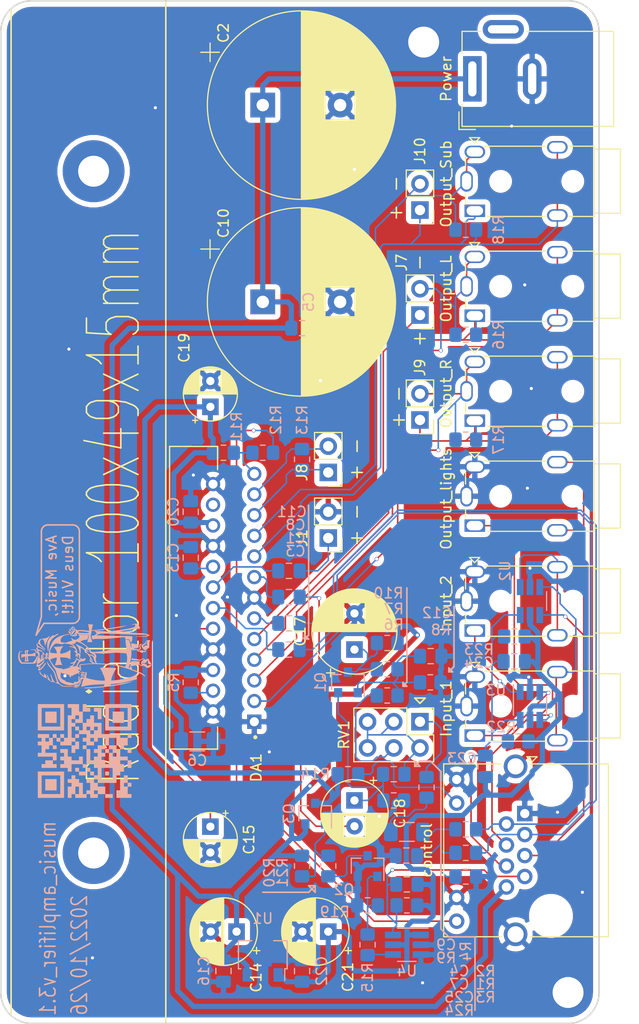
<source format=kicad_pcb>
(kicad_pcb (version 20171130) (host pcbnew "(5.1.7)-1")
  (title_block (title music_amplifier) (date 2022-10-26) (rev v0.3) (company piro.tex))
  (layers (0 F.Cu signal) (31 B.Cu signal) (34 B.Paste user) (35 F.Paste user) (36 B.SilkS user) (37 F.SilkS user) (38 B.Mask user) (39 F.Mask user) (44 Edge.Cuts user))
  (net 0 "")
  (net 1 GND)
  (net 2 /amp_vdd)
  (net 3 "Net-(DA1-Pad3)")
  (net 4 "Net-(DA1-Pad4)")
  (net 5 "Net-(DA1-Pad5)")
  (net 6 "Net-(DA1-Pad7)")
  (net 7 "Net-(DA1-Pad9)")
  (net 8 "Net-(DA1-Pad17)")
  (net 9 "Net-(DA1-Pad19)")
  (net 10 "Net-(DA1-Pad21)")
  (net 11 "Net-(DA1-Pad22)")
  (net 12 "Net-(DA1-Pad23)")
  (net 13 "Net-(DA1-Pad25)")
  (net 14 /output_R_l)
  (net 15 "Net-(C1-Pad1)")
  (net 16 +12V)
  (net 17 /output_R_r)
  (net 18 "Net-(C3-Pad1)")
  (net 19 "Net-(C4-Pad2)")
  (net 20 "Net-(C4-Pad1)")
  (net 21 /input_speaker_sub)
  (net 22 "Net-(C8-Pad1)")
  (net 23 "Net-(C9-Pad2)")
  (net 24 "Net-(C18-Pad1)")
  (net 25 "Net-(C11-Pad2)")
  (net 26 "Net-(C11-Pad1)")
  (net 27 "Net-(C12-Pad2)")
  (net 28 "Net-(C13-Pad2)")
  (net 29 "Net-(C15-Pad1)")
  (net 30 "Net-(C17-Pad1)")
  (net 31 +5V)
  (net 32 /select_input)
  (net 33 /amp_power)
  (net 34 /input_1_l)
  (net 35 /input_1_r)
  (net 36 /input_2_l)
  (net 37 /input_2_r)
  (net 38 /led_cd)
  (net 39 /led_power)
  (net 40 /input_R_r)
  (net 41 /input_R_l)
  (net 42 "Net-(Q2-Pad3)")
  (net 43 "Net-(Q2-Pad1)")
  (net 44 "Net-(Q3-Pad1)")
  (net 45 "Net-(R4-Pad1)")
  (net 46 "Net-(R6-Pad1)")
  (net 47 /amp_gate)
  (module Connector_PinHeader_2.54mm:PinHeader_1x02_P2.54mm_Vertical (layer F.Cu) (at 111.64 73.26 180)
    (fp_text reference J10 (at 0 5.715 90) (layer F.SilkS))
    (fp_text value Output_Sub)
    (pad 2 thru_hole oval (at 0 2.54 180) (size 1.7 1.7) (drill 1) (layers *.Cu *.Mask) (net 9 "Net-(DA1-Pad19)"))
    (pad 1 thru_hole rect (at 0 0 180) (size 1.7 1.7) (drill 1) (layers *.Cu *.Mask) (net 8 "Net-(DA1-Pad17)"))
  )
  (module mine:knight_10x13mm (layer B.Cu) (at 79.128 116.44 270)
    (fp_text reference G*** hide)
    (fp_text value LOGO hide)
  )
  (module mine:qr_code_front_10mm (layer B.Cu) (at 79.128 125.584 270)
    (fp_text reference G*** hide)
    (fp_text value LOGO hide)
  )
  (module Connector_PinHeader_2.54mm:PinHeader_2x03_P2.54mm_Vertical (layer F.Cu) (at 111.64 122.79 270)
    (fp_text reference RV1 (at 1.27 7.366 270) (layer F.SilkS))
    (fp_text value 100k)
    (pad 6 thru_hole oval (at 2.54 5.08 270) (size 1.7 1.7) (drill 1) (layers *.Cu *.Mask) (net 23 "Net-(C9-Pad2)"))
    (pad 5 thru_hole oval (at 0 5.08 270) (size 1.7 1.7) (drill 1) (layers *.Cu *.Mask) (net 23 "Net-(C9-Pad2)"))
    (pad 4 thru_hole oval (at 2.54 2.54 270) (size 1.7 1.7) (drill 1) (layers *.Cu *.Mask) (net 46 "Net-(R6-Pad1)"))
    (pad 3 thru_hole oval (at 0 2.54 270) (size 1.7 1.7) (drill 1) (layers *.Cu *.Mask) (net 23 "Net-(C9-Pad2)"))
    (pad 2 thru_hole oval (at 2.54 0 270) (size 1.7 1.7) (drill 1) (layers *.Cu *.Mask) (net 23 "Net-(C9-Pad2)"))
    (pad 1 thru_hole rect (at 0 0 270) (size 1.7 1.7) (drill 1) (layers *.Cu *.Mask) (net 45 "Net-(R4-Pad1)"))
  )
  (module Connector_PinHeader_2.54mm:PinHeader_1x02_P2.54mm_Vertical (layer F.Cu) (at 102.75 105.01 180)
    (fp_text reference J1 (at 2.54 0 90) (layer F.SilkS))
    (fp_text value Input_Add)
    (pad 2 thru_hole oval (at 0 2.54 180) (size 1.7 1.7) (drill 1) (layers *.Cu *.Mask) (net 1 GND))
    (pad 1 thru_hole rect (at 0 0 180) (size 1.7 1.7) (drill 1) (layers *.Cu *.Mask) (net 25 "Net-(C11-Pad2)"))
  )
  (module Capacitor_SMD:C_1206_3216Metric_Pad1.33x1.80mm_HandSolder (layer B.Cu) (at 110.37 133.458)
    (fp_text reference C4 (at 5.08 13.462) (layer B.SilkS) (effects (justify mirror)))
    (fp_text value 1u)
    (pad 2 smd roundrect (at 1.5625 0) (size 1.325 1.8) (layers B.Cu B.Paste B.Mask) (roundrect_rratio 0.188679) (net 19 "Net-(C4-Pad2)"))
    (pad 1 smd roundrect (at -1.5625 0) (size 1.325 1.8) (layers B.Cu B.Paste B.Mask) (roundrect_rratio 0.188679) (net 20 "Net-(C4-Pad1)"))
  )
  (module Capacitor_THT:CP_Radial_D18.0mm_P7.50mm (layer F.Cu) (at 96.4 82.15)
    (fp_text reference C10 (at -3.81 -7.62 90) (layer F.SilkS))
    (fp_text value 4700u)
    (pad 2 thru_hole circle (at 7.5 0) (size 2.4 2.4) (drill 1.2) (layers *.Cu *.Mask) (net 1 GND))
    (pad 1 thru_hole rect (at 0 0) (size 2.4 2.4) (drill 1.2) (layers *.Cu *.Mask) (net 16 +12V))
  )
  (module Package_TO_SOT_SMD:SOT-23-6_Handsoldering (layer B.Cu) (at 110.37 144.38 180)
    (fp_text reference U4 (at 0 -2.54) (layer B.SilkS) (effects (justify mirror)))
    (fp_text value SN74LVC1G3157)
    (pad 5 smd rect (at 1.35 0 180) (size 1.56 0.65) (layers B.Cu B.Paste B.Mask) (net 31 +5V))
    (pad 6 smd rect (at 1.35 0.95 180) (size 1.56 0.65) (layers B.Cu B.Paste B.Mask) (net 33 /amp_power))
    (pad 4 smd rect (at 1.35 -0.95 180) (size 1.56 0.65) (layers B.Cu B.Paste B.Mask) (net 47 /amp_gate))
    (pad 3 smd rect (at -1.35 -0.95 180) (size 1.56 0.65) (layers B.Cu B.Paste B.Mask) (net 1 GND))
    (pad 2 smd rect (at -1.35 0 180) (size 1.56 0.65) (layers B.Cu B.Paste B.Mask) (net 1 GND))
    (pad 1 smd rect (at -1.35 0.95 180) (size 1.56 0.65) (layers B.Cu B.Paste B.Mask) (net 31 +5V))
  )
  (module Package_TO_SOT_SMD:SOT-23-6_Handsoldering (layer B.Cu) (at 122.308 121.266 270)
    (fp_text reference U3 (at -1.524 3.302 180) (layer B.SilkS) (effects (justify mirror)))
    (fp_text value SN74LVC1G3157)
    (pad 5 smd rect (at 1.35 0 270) (size 1.56 0.65) (layers B.Cu B.Paste B.Mask) (net 31 +5V))
    (pad 6 smd rect (at 1.35 0.95 270) (size 1.56 0.65) (layers B.Cu B.Paste B.Mask) (net 32 /select_input))
    (pad 4 smd rect (at 1.35 -0.95 270) (size 1.56 0.65) (layers B.Cu B.Paste B.Mask) (net 40 /input_R_r))
    (pad 3 smd rect (at -1.35 -0.95 270) (size 1.56 0.65) (layers B.Cu B.Paste B.Mask) (net 35 /input_1_r))
    (pad 2 smd rect (at -1.35 0 270) (size 1.56 0.65) (layers B.Cu B.Paste B.Mask) (net 1 GND))
    (pad 1 smd rect (at -1.35 0.95 270) (size 1.56 0.65) (layers B.Cu B.Paste B.Mask) (net 37 /input_2_r))
  )
  (module Package_TO_SOT_SMD:SOT-23-6_Handsoldering (layer B.Cu) (at 122.308 111.106 270)
    (fp_text reference U2 (at -2.921 2.413 90) (layer B.SilkS) (effects (justify mirror)))
    (fp_text value SN74LVC1G3157)
    (pad 5 smd rect (at 1.35 0 270) (size 1.56 0.65) (layers B.Cu B.Paste B.Mask) (net 31 +5V))
    (pad 6 smd rect (at 1.35 0.95 270) (size 1.56 0.65) (layers B.Cu B.Paste B.Mask) (net 32 /select_input))
    (pad 4 smd rect (at 1.35 -0.95 270) (size 1.56 0.65) (layers B.Cu B.Paste B.Mask) (net 41 /input_R_l))
    (pad 3 smd rect (at -1.35 -0.95 270) (size 1.56 0.65) (layers B.Cu B.Paste B.Mask) (net 34 /input_1_l))
    (pad 2 smd rect (at -1.35 0 270) (size 1.56 0.65) (layers B.Cu B.Paste B.Mask) (net 1 GND))
    (pad 1 smd rect (at -1.35 0.95 270) (size 1.56 0.65) (layers B.Cu B.Paste B.Mask) (net 36 /input_2_l))
  )
  (module Package_TO_SOT_SMD:SOT-89-3 (layer B.Cu) (at 96.4 145.65 90)
    (fp_text reference U1 (at 3.81 0 180) (layer B.SilkS) (effects (justify mirror)))
    (fp_text value L78L05)
    (pad 2 smd custom (at -1.5625 0 90) (size 1.475 0.9) (layers B.Cu B.Paste B.Mask) (net 1 GND) (options (clearance outline) (anchor rect)) (primitives (gr_poly (pts (xy 0.7375 0.8665) (xy 3.8625 0.8665) (xy 3.8625 -0.8665) (xy 0.7375 -0.8665)) (width 0))))
    (pad 3 smd rect (at -1.65 -1.5 90) (size 1.3 0.9) (layers B.Cu B.Paste B.Mask) (net 16 +12V))
    (pad 1 smd rect (at -1.65 1.5 90) (size 1.3 0.9) (layers B.Cu B.Paste B.Mask) (net 31 +5V))
  )
  (module Resistor_SMD:R_0805_2012Metric_Pad1.20x1.40mm_HandSolder (layer B.Cu) (at 110.37 140.57 180)
    (fp_text reference R24 (at -5.08 -10.16) (layer B.SilkS) (effects (justify mirror)))
    (fp_text value 7.5k)
    (pad 2 smd roundrect (at 1 0 180) (size 1.2 1.4) (layers B.Cu B.Paste B.Mask) (roundrect_rratio 0.208333) (net 33 /amp_power))
    (pad 1 smd roundrect (at -1 0 180) (size 1.2 1.4) (layers B.Cu B.Paste B.Mask) (roundrect_rratio 0.208333) (net 31 +5V))
  )
  (module Resistor_SMD:R_0805_2012Metric_Pad1.20x1.40mm_HandSolder (layer B.Cu) (at 120.8 114.535 180)
    (fp_text reference R23 (at 3.445 -1.27) (layer B.SilkS) (effects (justify mirror)))
    (fp_text value 10k)
    (pad 2 smd roundrect (at 1 0 180) (size 1.2 1.4) (layers B.Cu B.Paste B.Mask) (roundrect_rratio 0.208333) (net 32 /select_input))
    (pad 1 smd roundrect (at -1 0 180) (size 1.2 1.4) (layers B.Cu B.Paste B.Mask) (roundrect_rratio 0.208333) (net 31 +5V))
  )
  (module Resistor_SMD:R_0805_2012Metric_Pad1.20x1.40mm_HandSolder (layer B.Cu) (at 121.165 124.695 180)
    (fp_text reference R22 (at 1.651 1.397) (layer B.SilkS) (effects (justify mirror)))
    (fp_text value 10k)
    (pad 2 smd roundrect (at 1 0 180) (size 1.2 1.4) (layers B.Cu B.Paste B.Mask) (roundrect_rratio 0.208333) (net 32 /select_input))
    (pad 1 smd roundrect (at -1 0 180) (size 1.2 1.4) (layers B.Cu B.Paste B.Mask) (roundrect_rratio 0.208333) (net 31 +5V))
  )
  (module Resistor_SMD:R_0805_2012Metric_Pad1.20x1.40mm_HandSolder (layer B.Cu) (at 102.75 136.76 270)
    (fp_text reference R21 (at 0.635 4.445 90) (layer B.SilkS) (effects (justify mirror)))
    (fp_text value 1k)
    (pad 2 smd roundrect (at 1 0 270) (size 1.2 1.4) (layers B.Cu B.Paste B.Mask) (roundrect_rratio 0.208333) (net 42 "Net-(Q2-Pad3)"))
    (pad 1 smd roundrect (at -1 0 270) (size 1.2 1.4) (layers B.Cu B.Paste B.Mask) (roundrect_rratio 0.208333) (net 44 "Net-(Q3-Pad1)"))
  )
  (module Resistor_SMD:R_0805_2012Metric_Pad1.20x1.40mm_HandSolder (layer B.Cu) (at 100.21 136.76 270)
    (fp_text reference R20 (at 0.635 3.175 90) (layer B.SilkS) (effects (justify mirror)))
    (fp_text value 10k)
    (pad 2 smd roundrect (at 1 0 270) (size 1.2 1.4) (layers B.Cu B.Paste B.Mask) (roundrect_rratio 0.208333) (net 44 "Net-(Q3-Pad1)"))
    (pad 1 smd roundrect (at -1 0 270) (size 1.2 1.4) (layers B.Cu B.Paste B.Mask) (roundrect_rratio 0.208333) (net 16 +12V))
  )
  (module Resistor_SMD:R_0805_2012Metric_Pad1.20x1.40mm_HandSolder (layer B.Cu) (at 106.56 140.57 180)
    (fp_text reference R19 (at 3.175 -0.635) (layer B.SilkS) (effects (justify mirror)))
    (fp_text value 10k)
    (pad 2 smd roundrect (at 1 0 180) (size 1.2 1.4) (layers B.Cu B.Paste B.Mask) (roundrect_rratio 0.208333) (net 1 GND))
    (pad 1 smd roundrect (at -1 0 180) (size 1.2 1.4) (layers B.Cu B.Paste B.Mask) (roundrect_rratio 0.208333) (net 43 "Net-(Q2-Pad1)"))
  )
  (module Resistor_SMD:R_0805_2012Metric_Pad1.20x1.40mm_HandSolder (layer B.Cu) (at 116.085 75.165)
    (fp_text reference R18 (at 3.175 0 270) (layer B.SilkS) (effects (justify mirror)))
    (fp_text value 1M)
    (pad 2 smd roundrect (at 1 0) (size 1.2 1.4) (layers B.Cu B.Paste B.Mask) (roundrect_rratio 0.208333) (net 8 "Net-(DA1-Pad17)"))
    (pad 1 smd roundrect (at -1 0) (size 1.2 1.4) (layers B.Cu B.Paste B.Mask) (roundrect_rratio 0.208333) (net 9 "Net-(DA1-Pad19)"))
  )
  (module Resistor_SMD:R_0805_2012Metric_Pad1.20x1.40mm_HandSolder (layer B.Cu) (at 116.085 95.485)
    (fp_text reference R17 (at 3.175 0 90) (layer B.SilkS) (effects (justify mirror)))
    (fp_text value 1M)
    (pad 2 smd roundrect (at 1 0) (size 1.2 1.4) (layers B.Cu B.Paste B.Mask) (roundrect_rratio 0.208333) (net 5 "Net-(DA1-Pad5)"))
    (pad 1 smd roundrect (at -1 0) (size 1.2 1.4) (layers B.Cu B.Paste B.Mask) (roundrect_rratio 0.208333) (net 3 "Net-(DA1-Pad3)"))
  )
  (module Resistor_SMD:R_0805_2012Metric_Pad1.20x1.40mm_HandSolder (layer B.Cu) (at 116.085 85.325)
    (fp_text reference R16 (at 3.175 0 90) (layer B.SilkS) (effects (justify mirror)))
    (fp_text value 1M)
    (pad 2 smd roundrect (at 1 0) (size 1.2 1.4) (layers B.Cu B.Paste B.Mask) (roundrect_rratio 0.208333) (net 7 "Net-(DA1-Pad9)"))
    (pad 1 smd roundrect (at -1 0) (size 1.2 1.4) (layers B.Cu B.Paste B.Mask) (roundrect_rratio 0.208333) (net 6 "Net-(DA1-Pad7)"))
  )
  (module Resistor_SMD:R_0805_2012Metric_Pad1.20x1.40mm_HandSolder (layer B.Cu) (at 106.56 144.38 90)
    (fp_text reference R15 (at -3.175 0 90) (layer B.SilkS) (effects (justify mirror)))
    (fp_text value 1k)
    (pad 2 smd roundrect (at 1 0 90) (size 1.2 1.4) (layers B.Cu B.Paste B.Mask) (roundrect_rratio 0.208333) (net 43 "Net-(Q2-Pad1)"))
    (pad 1 smd roundrect (at -1 0 90) (size 1.2 1.4) (layers B.Cu B.Paste B.Mask) (roundrect_rratio 0.208333) (net 47 /amp_gate))
  )
  (module Resistor_SMD:R_0805_2012Metric_Pad1.20x1.40mm_HandSolder (layer B.Cu) (at 104.655 127.87)
    (fp_text reference R14 (at -3.175 0) (layer B.SilkS) (effects (justify mirror)))
    (fp_text value 1.3k)
    (pad 2 smd roundrect (at 1 0) (size 1.2 1.4) (layers B.Cu B.Paste B.Mask) (roundrect_rratio 0.208333) (net 39 /led_power))
    (pad 1 smd roundrect (at -1 0) (size 1.2 1.4) (layers B.Cu B.Paste B.Mask) (roundrect_rratio 0.208333) (net 2 /amp_vdd))
  )
  (module Resistor_SMD:R_0805_2012Metric_Pad1.20x1.40mm_HandSolder (layer B.Cu) (at 100.21 97.39 270)
    (fp_text reference R13 (at -3.81 0 90) (layer B.SilkS) (effects (justify mirror)))
    (fp_text value 1M)
    (pad 2 smd roundrect (at 1 0 270) (size 1.2 1.4) (layers B.Cu B.Paste B.Mask) (roundrect_rratio 0.208333) (net 10 "Net-(DA1-Pad21)"))
    (pad 1 smd roundrect (at -1 0 270) (size 1.2 1.4) (layers B.Cu B.Paste B.Mask) (roundrect_rratio 0.208333) (net 12 "Net-(DA1-Pad23)"))
  )
  (module Resistor_SMD:R_0805_2012Metric_Pad1.20x1.40mm_HandSolder (layer B.Cu) (at 96.4 96.755)
    (fp_text reference R12 (at 1.27 -3.175 90) (layer B.SilkS) (effects (justify mirror)))
    (fp_text value 1.3k)
    (pad 2 smd roundrect (at 1 0) (size 1.2 1.4) (layers B.Cu B.Paste B.Mask) (roundrect_rratio 0.208333) (net 38 /led_cd))
    (pad 1 smd roundrect (at -1 0) (size 1.2 1.4) (layers B.Cu B.Paste B.Mask) (roundrect_rratio 0.208333) (net 13 "Net-(DA1-Pad25)"))
  )
  (module Resistor_SMD:R_0805_2012Metric_Pad1.20x1.40mm_HandSolder (layer B.Cu) (at 92.59 96.755)
    (fp_text reference R11 (at 1.27 -2.54 90) (layer B.SilkS) (effects (justify mirror)))
    (fp_text value 47k)
    (pad 2 smd roundrect (at 1 0) (size 1.2 1.4) (layers B.Cu B.Paste B.Mask) (roundrect_rratio 0.208333) (net 13 "Net-(DA1-Pad25)"))
    (pad 1 smd roundrect (at -1 0) (size 1.2 1.4) (layers B.Cu B.Paste B.Mask) (roundrect_rratio 0.208333) (net 2 /amp_vdd))
  )
  (module Resistor_SMD:R_0805_2012Metric_Pad1.20x1.40mm_HandSolder (layer B.Cu) (at 108.465 115.17 180)
    (fp_text reference R10 (at -0.127 4.826) (layer B.SilkS) (effects (justify mirror)))
    (fp_text value 200)
    (pad 2 smd roundrect (at 1 0 180) (size 1.2 1.4) (layers B.Cu B.Paste B.Mask) (roundrect_rratio 0.208333) (net 30 "Net-(C17-Pad1)"))
    (pad 1 smd roundrect (at -1 0 180) (size 1.2 1.4) (layers B.Cu B.Paste B.Mask) (roundrect_rratio 0.208333) (net 16 +12V))
  )
  (module Resistor_SMD:R_0805_2012Metric_Pad1.20x1.40mm_HandSolder (layer B.Cu) (at 109.1 130.41)
    (fp_text reference R9 (at 5.08 15.24) (layer B.SilkS) (effects (justify mirror)))
    (fp_text value 3.3k)
    (pad 2 smd roundrect (at 1 0) (size 1.2 1.4) (layers B.Cu B.Paste B.Mask) (roundrect_rratio 0.208333) (net 1 GND))
    (pad 1 smd roundrect (at -1 0) (size 1.2 1.4) (layers B.Cu B.Paste B.Mask) (roundrect_rratio 0.208333) (net 24 "Net-(C18-Pad1)"))
  )
  (module Resistor_SMD:R_0805_2012Metric_Pad1.20x1.40mm_HandSolder (layer B.Cu) (at 112.64 118.98)
    (fp_text reference R8 (at 1.032 -5.08) (layer B.SilkS) (effects (justify mirror)))
    (fp_text value 240k)
    (pad 2 smd roundrect (at 1 0) (size 1.2 1.4) (layers B.Cu B.Paste B.Mask) (roundrect_rratio 0.208333) (net 1 GND))
    (pad 1 smd roundrect (at -1 0) (size 1.2 1.4) (layers B.Cu B.Paste B.Mask) (roundrect_rratio 0.208333) (net 27 "Net-(C12-Pad2)"))
  )
  (module Resistor_SMD:R_0805_2012Metric_Pad1.20x1.40mm_HandSolder (layer B.Cu) (at 108.465 117.71)
    (fp_text reference R7 (at 0.635 -5.842) (layer B.SilkS) (effects (justify mirror)))
    (fp_text value 200k)
    (pad 2 smd roundrect (at 1 0) (size 1.2 1.4) (layers B.Cu B.Paste B.Mask) (roundrect_rratio 0.208333) (net 27 "Net-(C12-Pad2)"))
    (pad 1 smd roundrect (at -1 0) (size 1.2 1.4) (layers B.Cu B.Paste B.Mask) (roundrect_rratio 0.208333) (net 30 "Net-(C17-Pad1)"))
  )
  (module Resistor_SMD:R_0805_2012Metric_Pad1.20x1.40mm_HandSolder (layer B.Cu) (at 108.465 120.25)
    (fp_text reference R6 (at 0.635 -6.858) (layer B.SilkS) (effects (justify mirror)))
    (fp_text value 10k)
    (pad 2 smd roundrect (at 1 0) (size 1.2 1.4) (layers B.Cu B.Paste B.Mask) (roundrect_rratio 0.208333) (net 27 "Net-(C12-Pad2)"))
    (pad 1 smd roundrect (at -1 0) (size 1.2 1.4) (layers B.Cu B.Paste B.Mask) (roundrect_rratio 0.208333) (net 46 "Net-(R6-Pad1)"))
  )
  (module Resistor_SMD:R_0805_2012Metric_Pad1.20x1.40mm_HandSolder (layer B.Cu) (at 89.415 118.98 270)
    (fp_text reference R5 (at 0 1.65 90) (layer B.SilkS) (effects (justify mirror)))
    (fp_text value 10k)
    (pad 2 smd roundrect (at 1 0 270) (size 1.2 1.4) (layers B.Cu B.Paste B.Mask) (roundrect_rratio 0.208333) (net 4 "Net-(DA1-Pad4)"))
    (pad 1 smd roundrect (at -1 0 270) (size 1.2 1.4) (layers B.Cu B.Paste B.Mask) (roundrect_rratio 0.208333) (net 2 /amp_vdd))
  )
  (module Resistor_SMD:R_0805_2012Metric_Pad1.20x1.40mm_HandSolder (layer B.Cu) (at 112.275 129.14 270)
    (fp_text reference R4 (at 15.875 -3.81 90) (layer B.SilkS) (effects (justify mirror)))
    (fp_text value 10k)
    (pad 2 smd roundrect (at 1 0 270) (size 1.2 1.4) (layers B.Cu B.Paste B.Mask) (roundrect_rratio 0.208333) (net 20 "Net-(C4-Pad1)"))
    (pad 1 smd roundrect (at -1 0 270) (size 1.2 1.4) (layers B.Cu B.Paste B.Mask) (roundrect_rratio 0.208333) (net 45 "Net-(R4-Pad1)"))
  )
  (module Resistor_SMD:R_0805_2012Metric_Pad1.20x1.40mm_HandSolder (layer B.Cu) (at 116.085 137.776)
    (fp_text reference R3 (at 1.905 11.684) (layer B.SilkS) (effects (justify mirror)))
    (fp_text value 10k)
    (pad 2 smd roundrect (at 1 0) (size 1.2 1.4) (layers B.Cu B.Paste B.Mask) (roundrect_rratio 0.208333) (net 1 GND))
    (pad 1 smd roundrect (at -1 0) (size 1.2 1.4) (layers B.Cu B.Paste B.Mask) (roundrect_rratio 0.208333) (net 19 "Net-(C4-Pad2)"))
  )
  (module Resistor_SMD:R_0805_2012Metric_Pad1.20x1.40mm_HandSolder (layer B.Cu) (at 116.085 133.204)
    (fp_text reference R2 (at 1.905 13.716) (layer B.SilkS) (effects (justify mirror)))
    (fp_text value 10k)
    (pad 2 smd roundrect (at 1 0) (size 1.2 1.4) (layers B.Cu B.Paste B.Mask) (roundrect_rratio 0.208333) (net 17 /output_R_r))
    (pad 1 smd roundrect (at -1 0) (size 1.2 1.4) (layers B.Cu B.Paste B.Mask) (roundrect_rratio 0.208333) (net 19 "Net-(C4-Pad2)"))
  )
  (module Resistor_SMD:R_0805_2012Metric_Pad1.20x1.40mm_HandSolder (layer B.Cu) (at 116.085 135.49)
    (fp_text reference R1 (at 1.905 12.7) (layer B.SilkS) (effects (justify mirror)))
    (fp_text value 10k)
    (pad 2 smd roundrect (at 1 0) (size 1.2 1.4) (layers B.Cu B.Paste B.Mask) (roundrect_rratio 0.208333) (net 14 /output_R_l))
    (pad 1 smd roundrect (at -1 0) (size 1.2 1.4) (layers B.Cu B.Paste B.Mask) (roundrect_rratio 0.208333) (net 19 "Net-(C4-Pad2)"))
  )
  (module Package_TO_SOT_SMD:SOT-23 (layer B.Cu) (at 101.48 131.68 90)
    (fp_text reference Q3 (at 0 -2.54 270) (layer B.SilkS) (effects (justify mirror)))
    (fp_text value AO3401A)
    (pad 3 smd rect (at 1 0 90) (size 0.9 0.8) (layers B.Cu B.Paste B.Mask) (net 2 /amp_vdd))
    (pad 2 smd rect (at -1 -0.95 90) (size 0.9 0.8) (layers B.Cu B.Paste B.Mask) (net 16 +12V))
    (pad 1 smd rect (at -1 0.95 90) (size 0.9 0.8) (layers B.Cu B.Paste B.Mask) (net 44 "Net-(Q3-Pad1)"))
  )
  (module Package_TO_SOT_SMD:SOT-23 (layer B.Cu) (at 106.56 136.76 90)
    (fp_text reference Q2 (at -2.286 -2.286 180) (layer B.SilkS) (effects (justify mirror)))
    (fp_text value BSS138)
    (pad 3 smd rect (at 1 0 90) (size 0.9 0.8) (layers B.Cu B.Paste B.Mask) (net 42 "Net-(Q2-Pad3)"))
    (pad 2 smd rect (at -1 -0.95 90) (size 0.9 0.8) (layers B.Cu B.Paste B.Mask) (net 1 GND))
    (pad 1 smd rect (at -1 0.95 90) (size 0.9 0.8) (layers B.Cu B.Paste B.Mask) (net 43 "Net-(Q2-Pad1)"))
  )
  (module Package_TO_SOT_SMD:SOT-23 (layer B.Cu) (at 104.655 118.98 90)
    (fp_text reference Q1 (at 0 -2.667 90) (layer B.SilkS) (effects (justify mirror)))
    (fp_text value BC817)
    (pad 3 smd rect (at 1 0 90) (size 0.9 0.8) (layers B.Cu B.Paste B.Mask) (net 30 "Net-(C17-Pad1)"))
    (pad 2 smd rect (at -1 -0.95 90) (size 0.9 0.8) (layers B.Cu B.Paste B.Mask) (net 24 "Net-(C18-Pad1)"))
    (pad 1 smd rect (at -1 0.95 90) (size 0.9 0.8) (layers B.Cu B.Paste B.Mask) (net 27 "Net-(C12-Pad2)"))
  )
  (module mine:Jack_3.5mm_PJ322 (layer F.Cu) (at 119.26 68.18 270)
    (fp_text reference J13)
    (fp_text value Output_Sub (at 2.54 5.08 90) (layer F.SilkS))
    (pad T thru_hole oval (at 5.6 -5.7) (size 2 1.2) (drill oval 1.6 0.9) (layers *.Cu *.Mask) (net 8 "Net-(DA1-Pad17)"))
    (pad S thru_hole oval (at 2.3 3.1 270) (size 2 1.2) (drill oval 1.6 0.9) (layers *.Cu *.Mask) (net 9 "Net-(DA1-Pad19)"))
    (pad S thru_hole oval (at -0.55 2.3) (size 2 1.2) (drill oval 1.6 0.9) (layers *.Cu *.Mask) (net 9 "Net-(DA1-Pad19)"))
    (pad R thru_hole rect (at 5.15 2.3) (size 2 1.2) (drill oval 1.6 0.9) (layers *.Cu *.Mask) (net 8 "Net-(DA1-Pad17)"))
    (pad T thru_hole oval (at -1 -5.7) (size 2 1.2) (drill oval 1.6 0.9) (layers *.Cu *.Mask) (net 8 "Net-(DA1-Pad17)"))
    (pad "" np_thru_hole circle (at 2.3 -7.2 270) (size 1.2 1.2) (drill 1.2) (layers *.Cu *.Mask))
    (pad "" np_thru_hole circle (at 2.3 -0.2 270) (size 1.2 1.2) (drill 1.2) (layers *.Cu *.Mask))
  )
  (module mine:Jack_3.5mm_PJ322 (layer F.Cu) (at 119.26 88.5 270)
    (fp_text reference J12)
    (fp_text value Output_R (at 2.54 5.08 90) (layer F.SilkS))
    (pad T thru_hole oval (at 5.6 -5.7) (size 2 1.2) (drill oval 1.6 0.9) (layers *.Cu *.Mask) (net 5 "Net-(DA1-Pad5)"))
    (pad S thru_hole oval (at 2.3 3.1 270) (size 2 1.2) (drill oval 1.6 0.9) (layers *.Cu *.Mask) (net 3 "Net-(DA1-Pad3)"))
    (pad S thru_hole oval (at -0.55 2.3) (size 2 1.2) (drill oval 1.6 0.9) (layers *.Cu *.Mask) (net 3 "Net-(DA1-Pad3)"))
    (pad R thru_hole rect (at 5.15 2.3) (size 2 1.2) (drill oval 1.6 0.9) (layers *.Cu *.Mask) (net 5 "Net-(DA1-Pad5)"))
    (pad T thru_hole oval (at -1 -5.7) (size 2 1.2) (drill oval 1.6 0.9) (layers *.Cu *.Mask) (net 5 "Net-(DA1-Pad5)"))
    (pad "" np_thru_hole circle (at 2.3 -7.2 270) (size 1.2 1.2) (drill 1.2) (layers *.Cu *.Mask))
    (pad "" np_thru_hole circle (at 2.3 -0.2 270) (size 1.2 1.2) (drill 1.2) (layers *.Cu *.Mask))
  )
  (module mine:Jack_3.5mm_PJ322 (layer F.Cu) (at 119.26 78.34 270)
    (fp_text reference J11)
    (fp_text value Output_L (at 2.54 5.08 90) (layer F.SilkS))
    (pad T thru_hole oval (at 5.6 -5.7) (size 2 1.2) (drill oval 1.6 0.9) (layers *.Cu *.Mask) (net 7 "Net-(DA1-Pad9)"))
    (pad S thru_hole oval (at 2.3 3.1 270) (size 2 1.2) (drill oval 1.6 0.9) (layers *.Cu *.Mask) (net 6 "Net-(DA1-Pad7)"))
    (pad S thru_hole oval (at -0.55 2.3) (size 2 1.2) (drill oval 1.6 0.9) (layers *.Cu *.Mask) (net 6 "Net-(DA1-Pad7)"))
    (pad R thru_hole rect (at 5.15 2.3) (size 2 1.2) (drill oval 1.6 0.9) (layers *.Cu *.Mask) (net 7 "Net-(DA1-Pad9)"))
    (pad T thru_hole oval (at -1 -5.7) (size 2 1.2) (drill oval 1.6 0.9) (layers *.Cu *.Mask) (net 7 "Net-(DA1-Pad9)"))
    (pad "" np_thru_hole circle (at 2.3 -7.2 270) (size 1.2 1.2) (drill 1.2) (layers *.Cu *.Mask))
    (pad "" np_thru_hole circle (at 2.3 -0.2 270) (size 1.2 1.2) (drill 1.2) (layers *.Cu *.Mask))
  )
  (module Connector_PinHeader_2.54mm:PinHeader_1x02_P2.54mm_Vertical (layer F.Cu) (at 111.64 93.58 180)
    (fp_text reference J9 (at 0 5.08 90) (layer F.SilkS))
    (fp_text value Output_R)
    (pad 2 thru_hole oval (at 0 2.54 180) (size 1.7 1.7) (drill 1) (layers *.Cu *.Mask) (net 3 "Net-(DA1-Pad3)"))
    (pad 1 thru_hole rect (at 0 0 180) (size 1.7 1.7) (drill 1) (layers *.Cu *.Mask) (net 5 "Net-(DA1-Pad5)"))
  )
  (module Connector_PinHeader_2.54mm:PinHeader_1x02_P2.54mm_Vertical (layer F.Cu) (at 102.75 98.66 180)
    (fp_text reference J8 (at 2.54 0 90) (layer F.SilkS))
    (fp_text value Output_Add)
    (pad 2 thru_hole oval (at 0 2.54 180) (size 1.7 1.7) (drill 1) (layers *.Cu *.Mask) (net 12 "Net-(DA1-Pad23)"))
    (pad 1 thru_hole rect (at 0 0 180) (size 1.7 1.7) (drill 1) (layers *.Cu *.Mask) (net 10 "Net-(DA1-Pad21)"))
  )
  (module Connector_PinHeader_2.54mm:PinHeader_1x02_P2.54mm_Vertical (layer F.Cu) (at 111.64 83.42 180)
    (fp_text reference J7 (at 1.778 5.08 90) (layer F.SilkS))
    (fp_text value Output_L)
    (pad 2 thru_hole oval (at 0 2.54 180) (size 1.7 1.7) (drill 1) (layers *.Cu *.Mask) (net 6 "Net-(DA1-Pad7)"))
    (pad 1 thru_hole rect (at 0 0 180) (size 1.7 1.7) (drill 1) (layers *.Cu *.Mask) (net 7 "Net-(DA1-Pad9)"))
  )
  (module Connector_RJ:RJ45_Amphenol_RJHSE538X (layer F.Cu) (at 121.8 131.68 270)
    (fp_text reference J6)
    (fp_text value control (at 3.56 9.5 90) (layer F.SilkS))
    (pad 12 thru_hole circle (at 10.42 6.6 270) (size 1.5 1.5) (drill 0.89) (layers *.Cu *.Mask) (net 38 /led_cd))
    (pad 11 thru_hole circle (at 8.13 6.6 270) (size 1.5 1.5) (drill 0.89) (layers *.Cu *.Mask) (net 1 GND))
    (pad 10 thru_hole circle (at -1.01 6.6 270) (size 1.5 1.5) (drill 0.89) (layers *.Cu *.Mask) (net 39 /led_power))
    (pad 9 thru_hole circle (at -3.3 6.6 270) (size 1.5 1.5) (drill 0.89) (layers *.Cu *.Mask) (net 1 GND))
    (pad SH thru_hole circle (at -4.57 0.89 270) (size 2.3 2.3) (drill 1.57) (layers *.Cu *.Mask) (net 1 GND))
    (pad SH thru_hole circle (at 11.69 0.89 270) (size 2.3 2.3) (drill 1.57) (layers *.Cu *.Mask) (net 1 GND))
    (pad "" np_thru_hole circle (at 9.91 -2.54 270) (size 3.25 3.25) (drill 3.25) (layers *.Cu *.Mask))
    (pad "" np_thru_hole circle (at -2.79 -2.54 270) (size 3.25 3.25) (drill 3.25) (layers *.Cu *.Mask))
    (pad 8 thru_hole circle (at 7.112 1.78 270) (size 1.5 1.5) (drill 0.89) (layers *.Cu *.Mask) (net 16 +12V))
    (pad 6 thru_hole circle (at 5.08 1.78 270) (size 1.5 1.5) (drill 0.89) (layers *.Cu *.Mask) (net 32 /select_input))
    (pad 4 thru_hole circle (at 3.048 1.78 270) (size 1.5 1.5) (drill 0.89) (layers *.Cu *.Mask) (net 40 /input_R_r))
    (pad 2 thru_hole circle (at 1.016 1.78 270) (size 1.5 1.5) (drill 0.89) (layers *.Cu *.Mask) (net 17 /output_R_r))
    (pad 7 thru_hole circle (at 6.096 0 270) (size 1.5 1.5) (drill 0.89) (layers *.Cu *.Mask) (net 33 /amp_power))
    (pad 5 thru_hole circle (at 4.064 0 270) (size 1.5 1.5) (drill 0.89) (layers *.Cu *.Mask) (net 41 /input_R_l))
    (pad 3 thru_hole circle (at 2.032 0 270) (size 1.5 1.5) (drill 0.89) (layers *.Cu *.Mask) (net 14 /output_R_l))
    (pad 1 thru_hole rect (at 0 0 270) (size 1.5 1.5) (drill 0.89) (layers *.Cu *.Mask) (net 1 GND))
  )
  (module mine:Jack_3.5mm_PJ322 (layer F.Cu) (at 119.26 98.66 270)
    (fp_text reference J5)
    (fp_text value Output_lights (at 2.54 5.08 90) (layer F.SilkS))
    (pad T thru_hole oval (at 5.6 -5.7) (size 2 1.2) (drill oval 1.6 0.9) (layers *.Cu *.Mask) (net 41 /input_R_l))
    (pad S thru_hole oval (at 2.3 3.1 270) (size 2 1.2) (drill oval 1.6 0.9) (layers *.Cu *.Mask) (net 1 GND))
    (pad S thru_hole oval (at -0.55 2.3) (size 2 1.2) (drill oval 1.6 0.9) (layers *.Cu *.Mask) (net 1 GND))
    (pad R thru_hole rect (at 5.15 2.3) (size 2 1.2) (drill oval 1.6 0.9) (layers *.Cu *.Mask) (net 40 /input_R_r))
    (pad T thru_hole oval (at -1 -5.7) (size 2 1.2) (drill oval 1.6 0.9) (layers *.Cu *.Mask) (net 41 /input_R_l))
    (pad "" np_thru_hole circle (at 2.3 -7.2 270) (size 1.2 1.2) (drill 1.2) (layers *.Cu *.Mask))
    (pad "" np_thru_hole circle (at 2.3 -0.2 270) (size 1.2 1.2) (drill 1.2) (layers *.Cu *.Mask))
  )
  (module mine:Jack_3.5mm_PJ322 (layer F.Cu) (at 119.26 108.82 270)
    (fp_text reference J4)
    (fp_text value Input_2 (at 2.54 5.08 90) (layer F.SilkS))
    (pad T thru_hole oval (at 5.6 -5.7) (size 2 1.2) (drill oval 1.6 0.9) (layers *.Cu *.Mask) (net 36 /input_2_l))
    (pad S thru_hole oval (at 2.3 3.1 270) (size 2 1.2) (drill oval 1.6 0.9) (layers *.Cu *.Mask) (net 1 GND))
    (pad S thru_hole oval (at -0.55 2.3) (size 2 1.2) (drill oval 1.6 0.9) (layers *.Cu *.Mask) (net 1 GND))
    (pad R thru_hole rect (at 5.15 2.3) (size 2 1.2) (drill oval 1.6 0.9) (layers *.Cu *.Mask) (net 37 /input_2_r))
    (pad T thru_hole oval (at -1 -5.7) (size 2 1.2) (drill oval 1.6 0.9) (layers *.Cu *.Mask) (net 36 /input_2_l))
    (pad "" np_thru_hole circle (at 2.3 -7.2 270) (size 1.2 1.2) (drill 1.2) (layers *.Cu *.Mask))
    (pad "" np_thru_hole circle (at 2.3 -0.2 270) (size 1.2 1.2) (drill 1.2) (layers *.Cu *.Mask))
  )
  (module mine:Jack_3.5mm_PJ322 (layer F.Cu) (at 119.26 118.98 270)
    (fp_text reference J3)
    (fp_text value Input_1 (at 2.54 5.08 90) (layer F.SilkS))
    (pad T thru_hole oval (at 5.6 -5.7) (size 2 1.2) (drill oval 1.6 0.9) (layers *.Cu *.Mask) (net 34 /input_1_l))
    (pad S thru_hole oval (at 2.3 3.1 270) (size 2 1.2) (drill oval 1.6 0.9) (layers *.Cu *.Mask) (net 1 GND))
    (pad S thru_hole oval (at -0.55 2.3) (size 2 1.2) (drill oval 1.6 0.9) (layers *.Cu *.Mask) (net 1 GND))
    (pad R thru_hole rect (at 5.15 2.3) (size 2 1.2) (drill oval 1.6 0.9) (layers *.Cu *.Mask) (net 35 /input_1_r))
    (pad T thru_hole oval (at -1 -5.7) (size 2 1.2) (drill oval 1.6 0.9) (layers *.Cu *.Mask) (net 34 /input_1_l))
    (pad "" np_thru_hole circle (at 2.3 -7.2 270) (size 1.2 1.2) (drill 1.2) (layers *.Cu *.Mask))
    (pad "" np_thru_hole circle (at 2.3 -0.2 270) (size 1.2 1.2) (drill 1.2) (layers *.Cu *.Mask))
  )
  (module Connector_BarrelJack:BarrelJack_Wuerth_6941xx301002 (layer F.Cu) (at 116.72 60.56 90)
    (fp_text reference J2)
    (fp_text value Power (at 0 -2.54 90) (layer F.SilkS))
    (pad 1 thru_hole rect (at 0 0 90) (size 4.4 1.8) (drill oval 3.4 0.8) (layers *.Cu *.Mask) (net 16 +12V))
    (pad 2 thru_hole oval (at 0 5.8 90) (size 4 1.8) (drill oval 3 0.8) (layers *.Cu *.Mask) (net 1 GND))
    (pad 3 thru_hole oval (at 4.8 3 180) (size 4 1.8) (drill oval 3 0.8) (layers *.Cu *.Mask))
  )
  (module Capacitor_SMD:C_0805_2012Metric_Pad1.18x1.45mm_HandSolder (layer B.Cu) (at 110.37 138.538)
    (fp_text reference C25 (at 5.08 10.922) (layer B.SilkS) (effects (justify mirror)))
    (fp_text value 100n)
    (pad 2 smd roundrect (at 1.0375 0) (size 1.175 1.45) (layers B.Cu B.Paste B.Mask) (roundrect_rratio 0.212766) (net 31 +5V))
    (pad 1 smd roundrect (at -1.0375 0) (size 1.175 1.45) (layers B.Cu B.Paste B.Mask) (roundrect_rratio 0.212766) (net 33 /amp_power))
  )
  (module Capacitor_SMD:C_0805_2012Metric_Pad1.18x1.45mm_HandSolder (layer B.Cu) (at 120.784 116.948)
    (fp_text reference C24 (at -3.429 0.127) (layer B.SilkS) (effects (justify mirror)))
    (fp_text value 100n)
    (pad 2 smd roundrect (at 1.0375 0) (size 1.175 1.45) (layers B.Cu B.Paste B.Mask) (roundrect_rratio 0.212766) (net 31 +5V))
    (pad 1 smd roundrect (at -1.0375 0) (size 1.175 1.45) (layers B.Cu B.Paste B.Mask) (roundrect_rratio 0.212766) (net 32 /select_input))
  )
  (module Capacitor_SMD:C_0805_2012Metric_Pad1.18x1.45mm_HandSolder (layer B.Cu) (at 117.99 127.108 270)
    (fp_text reference C23 (at -0.762 2.286 180) (layer B.SilkS) (effects (justify mirror)))
    (fp_text value 100n)
    (pad 2 smd roundrect (at 1.0375 0 270) (size 1.175 1.45) (layers B.Cu B.Paste B.Mask) (roundrect_rratio 0.212766) (net 31 +5V))
    (pad 1 smd roundrect (at -1.0375 0 270) (size 1.175 1.45) (layers B.Cu B.Paste B.Mask) (roundrect_rratio 0.212766) (net 32 /select_input))
  )
  (module Capacitor_SMD:C_0805_2012Metric_Pad1.18x1.45mm_HandSolder (layer B.Cu) (at 100.21 146.92 270)
    (fp_text reference C22 (at 0 -1.905 90) (layer B.SilkS) (effects (justify mirror)))
    (fp_text value 100n)
    (pad 2 smd roundrect (at 1.0375 0 270) (size 1.175 1.45) (layers B.Cu B.Paste B.Mask) (roundrect_rratio 0.212766) (net 31 +5V))
    (pad 1 smd roundrect (at -1.0375 0 270) (size 1.175 1.45) (layers B.Cu B.Paste B.Mask) (roundrect_rratio 0.212766) (net 1 GND))
  )
  (module Capacitor_THT:CP_Radial_D6.3mm_P2.50mm (layer F.Cu) (at 102.75 143.11 180)
    (fp_text reference C21 (at -1.905 -4.4 90) (layer F.SilkS))
    (fp_text value 100u)
    (pad 2 thru_hole circle (at 2.5 0 180) (size 1.6 1.6) (drill 0.8) (layers *.Cu *.Mask) (net 1 GND))
    (pad 1 thru_hole rect (at 0 0 180) (size 1.6 1.6) (drill 0.8) (layers *.Cu *.Mask) (net 31 +5V))
  )
  (module Capacitor_SMD:C_0805_2012Metric_Pad1.18x1.45mm_HandSolder (layer B.Cu) (at 89.415 102.47 270)
    (fp_text reference C20 (at 0 1.68 270) (layer B.SilkS) (effects (justify mirror)))
    (fp_text value 100n)
    (pad 2 smd roundrect (at 1.0375 0 270) (size 1.175 1.45) (layers B.Cu B.Paste B.Mask) (roundrect_rratio 0.212766) (net 2 /amp_vdd))
    (pad 1 smd roundrect (at -1.0375 0 270) (size 1.175 1.45) (layers B.Cu B.Paste B.Mask) (roundrect_rratio 0.212766) (net 1 GND))
  )
  (module Capacitor_THT:CP_Radial_D5.0mm_P2.50mm (layer F.Cu) (at 91.32 92.31 90)
    (fp_text reference C19 (at 5.715 -2.54 270) (layer F.SilkS))
    (fp_text value 47u)
    (pad 2 thru_hole circle (at 2.5 0 90) (size 1.6 1.6) (drill 0.8) (layers *.Cu *.Mask) (net 1 GND))
    (pad 1 thru_hole rect (at 0 0 90) (size 1.6 1.6) (drill 0.8) (layers *.Cu *.Mask) (net 2 /amp_vdd))
  )
  (module Capacitor_THT:CP_Radial_D6.3mm_P2.50mm (layer F.Cu) (at 105.29 130.41 270)
    (fp_text reference C18 (at 1.25 -4.4 90) (layer F.SilkS))
    (fp_text value 100u)
    (pad 2 thru_hole circle (at 2.5 0 270) (size 1.6 1.6) (drill 0.8) (layers *.Cu *.Mask) (net 21 /input_speaker_sub))
    (pad 1 thru_hole rect (at 0 0 270) (size 1.6 1.6) (drill 0.8) (layers *.Cu *.Mask) (net 24 "Net-(C18-Pad1)"))
  )
  (module Capacitor_THT:CP_Radial_D8.0mm_P3.50mm (layer F.Cu) (at 105.29 115.805 90)
    (fp_text reference C17 (at 1.75 -5.25 90) (layer F.SilkS))
    (fp_text value 470u)
    (pad 2 thru_hole circle (at 3.5 0 90) (size 1.6 1.6) (drill 0.8) (layers *.Cu *.Mask) (net 1 GND))
    (pad 1 thru_hole rect (at 0 0 90) (size 1.6 1.6) (drill 0.8) (layers *.Cu *.Mask) (net 30 "Net-(C17-Pad1)"))
  )
  (module Capacitor_SMD:C_0805_2012Metric_Pad1.18x1.45mm_HandSolder (layer B.Cu) (at 92.59 146.92 90)
    (fp_text reference C16 (at 0 -1.905 90) (layer B.SilkS) (effects (justify mirror)))
    (fp_text value 100n)
    (pad 2 smd roundrect (at 1.0375 0 90) (size 1.175 1.45) (layers B.Cu B.Paste B.Mask) (roundrect_rratio 0.212766) (net 16 +12V))
    (pad 1 smd roundrect (at -1.0375 0 90) (size 1.175 1.45) (layers B.Cu B.Paste B.Mask) (roundrect_rratio 0.212766) (net 1 GND))
  )
  (module Capacitor_THT:CP_Radial_D5.0mm_P2.50mm (layer F.Cu) (at 91.32 132.95 270)
    (fp_text reference C15 (at 1.25 -3.75 90) (layer F.SilkS))
    (fp_text value 47u)
    (pad 2 thru_hole circle (at 2.5 0 270) (size 1.6 1.6) (drill 0.8) (layers *.Cu *.Mask) (net 1 GND))
    (pad 1 thru_hole rect (at 0 0 270) (size 1.6 1.6) (drill 0.8) (layers *.Cu *.Mask) (net 29 "Net-(C15-Pad1)"))
  )
  (module Capacitor_THT:CP_Radial_D6.3mm_P2.50mm (layer F.Cu) (at 93.86 143.11 180)
    (fp_text reference C14 (at -1.905 -4.445 90) (layer F.SilkS))
    (fp_text value 100u)
    (pad 2 thru_hole circle (at 2.5 0 180) (size 1.6 1.6) (drill 0.8) (layers *.Cu *.Mask) (net 1 GND))
    (pad 1 thru_hole rect (at 0 0 180) (size 1.6 1.6) (drill 0.8) (layers *.Cu *.Mask) (net 16 +12V))
  )
  (module Capacitor_SMD:C_0805_2012Metric_Pad1.18x1.45mm_HandSolder (layer B.Cu) (at 89.415 106.915 270)
    (fp_text reference C13 (at 0 1.68 90) (layer B.SilkS) (effects (justify mirror)))
    (fp_text value 0.47u)
    (pad 2 smd roundrect (at 1.0375 0 270) (size 1.175 1.45) (layers B.Cu B.Paste B.Mask) (roundrect_rratio 0.212766) (net 28 "Net-(C13-Pad2)"))
    (pad 1 smd roundrect (at -1.0375 0 270) (size 1.175 1.45) (layers B.Cu B.Paste B.Mask) (roundrect_rratio 0.212766) (net 1 GND))
  )
  (module Capacitor_SMD:C_0805_2012Metric_Pad1.18x1.45mm_HandSolder (layer B.Cu) (at 112.6775 116.44 180)
    (fp_text reference C12 (at -0.6135 4.191) (layer B.SilkS) (effects (justify mirror)))
    (fp_text value 33n)
    (pad 2 smd roundrect (at 1.0375 0 180) (size 1.175 1.45) (layers B.Cu B.Paste B.Mask) (roundrect_rratio 0.212766) (net 27 "Net-(C12-Pad2)"))
    (pad 1 smd roundrect (at -1.0375 0 180) (size 1.175 1.45) (layers B.Cu B.Paste B.Mask) (roundrect_rratio 0.212766) (net 1 GND))
  )
  (module Capacitor_SMD:C_0805_2012Metric_Pad1.18x1.45mm_HandSolder (layer B.Cu) (at 98.94 108.185)
    (fp_text reference C11 (at -1.27 -5.715) (layer B.SilkS) (effects (justify right mirror)))
    (fp_text value 100n)
    (pad 2 smd roundrect (at 1.0375 0) (size 1.175 1.45) (layers B.Cu B.Paste B.Mask) (roundrect_rratio 0.212766) (net 25 "Net-(C11-Pad2)"))
    (pad 1 smd roundrect (at -1.0375 0) (size 1.175 1.45) (layers B.Cu B.Paste B.Mask) (roundrect_rratio 0.212766) (net 26 "Net-(C11-Pad1)"))
  )
  (module Capacitor_SMD:C_0805_2012Metric_Pad1.18x1.45mm_HandSolder (layer B.Cu) (at 109.1 127.87)
    (fp_text reference C9 (at 5.08 16.51) (layer B.SilkS) (effects (justify mirror)))
    (fp_text value 68n)
    (pad 2 smd roundrect (at 1.0375 0) (size 1.175 1.45) (layers B.Cu B.Paste B.Mask) (roundrect_rratio 0.212766) (net 23 "Net-(C9-Pad2)"))
    (pad 1 smd roundrect (at -1.0375 0) (size 1.175 1.45) (layers B.Cu B.Paste B.Mask) (roundrect_rratio 0.212766) (net 24 "Net-(C18-Pad1)"))
  )
  (module Capacitor_SMD:C_0805_2012Metric_Pad1.18x1.45mm_HandSolder (layer B.Cu) (at 98.94 110.725)
    (fp_text reference C8 (at 0.635 -6.985) (layer B.SilkS) (effects (justify mirror)))
    (fp_text value 100n)
    (pad 2 smd roundrect (at 1.0375 0) (size 1.175 1.45) (layers B.Cu B.Paste B.Mask) (roundrect_rratio 0.212766) (net 21 /input_speaker_sub))
    (pad 1 smd roundrect (at -1.0375 0) (size 1.175 1.45) (layers B.Cu B.Paste B.Mask) (roundrect_rratio 0.212766) (net 22 "Net-(C8-Pad1)"))
  )
  (module Capacitor_SMD:C_0805_2012Metric_Pad1.18x1.45mm_HandSolder (layer B.Cu) (at 110.3192 135.744)
    (fp_text reference C7 (at 5.1308 12.446) (layer B.SilkS) (effects (justify mirror)))
    (fp_text value 100n)
    (pad 2 smd roundrect (at 1.0375 0) (size 1.175 1.45) (layers B.Cu B.Paste B.Mask) (roundrect_rratio 0.212766) (net 19 "Net-(C4-Pad2)"))
    (pad 1 smd roundrect (at -1.0375 0) (size 1.175 1.45) (layers B.Cu B.Paste B.Mask) (roundrect_rratio 0.212766) (net 1 GND))
  )
  (module Capacitor_SMD:C_1206_3216Metric_Pad1.33x1.80mm_HandSolder (layer B.Cu) (at 90.05 124.695)
    (fp_text reference C6 (at 0 1.85) (layer B.SilkS) (effects (justify mirror)))
    (fp_text value 4.7u)
    (pad 2 smd roundrect (at 1.5625 0) (size 1.325 1.8) (layers B.Cu B.Paste B.Mask) (roundrect_rratio 0.188679) (net 1 GND))
    (pad 1 smd roundrect (at -1.5625 0) (size 1.325 1.8) (layers B.Cu B.Paste B.Mask) (roundrect_rratio 0.188679) (net 2 /amp_vdd))
  )
  (module Capacitor_SMD:C_0805_2012Metric_Pad1.18x1.45mm_HandSolder (layer B.Cu) (at 100.21 84.69 180)
    (fp_text reference C5 (at -0.635 2.54 90) (layer B.SilkS) (effects (justify mirror)))
    (fp_text value 100n)
    (pad 2 smd roundrect (at 1.0375 0 180) (size 1.175 1.45) (layers B.Cu B.Paste B.Mask) (roundrect_rratio 0.212766) (net 16 +12V))
    (pad 1 smd roundrect (at -1.0375 0 180) (size 1.175 1.45) (layers B.Cu B.Paste B.Mask) (roundrect_rratio 0.212766) (net 1 GND))
  )
  (module Capacitor_SMD:C_0805_2012Metric_Pad1.18x1.45mm_HandSolder (layer B.Cu) (at 98.94 115.805)
    (fp_text reference C3 (at 0.635 -9.525) (layer B.SilkS) (effects (justify mirror)))
    (fp_text value 100n)
    (pad 2 smd roundrect (at 1.0375 0) (size 1.175 1.45) (layers B.Cu B.Paste B.Mask) (roundrect_rratio 0.212766) (net 17 /output_R_r))
    (pad 1 smd roundrect (at -1.0375 0) (size 1.175 1.45) (layers B.Cu B.Paste B.Mask) (roundrect_rratio 0.212766) (net 18 "Net-(C3-Pad1)"))
  )
  (module Capacitor_THT:CP_Radial_D18.0mm_P7.50mm (layer F.Cu) (at 96.4 63.1)
    (fp_text reference C2 (at -3.81 -6.985 90) (layer F.SilkS))
    (fp_text value 4700u)
    (pad 2 thru_hole circle (at 7.5 0) (size 2.4 2.4) (drill 1.2) (layers *.Cu *.Mask) (net 1 GND))
    (pad 1 thru_hole rect (at 0 0) (size 2.4 2.4) (drill 1.2) (layers *.Cu *.Mask) (net 16 +12V))
  )
  (module Capacitor_SMD:C_0805_2012Metric_Pad1.18x1.45mm_HandSolder (layer B.Cu) (at 98.94 113.265)
    (fp_text reference C1 (at 0.635 -8.255) (layer B.SilkS) (effects (justify mirror)))
    (fp_text value 100n)
    (pad 2 smd roundrect (at 1.0375 0) (size 1.175 1.45) (layers B.Cu B.Paste B.Mask) (roundrect_rratio 0.212766) (net 14 /output_R_l))
    (pad 1 smd roundrect (at -1.0375 0) (size 1.175 1.45) (layers B.Cu B.Paste B.Mask) (roundrect_rratio 0.212766) (net 15 "Net-(C1-Pad1)"))
  )
  (module mine:flexiwatt25 (layer F.Cu) (at 95.578 122.79 90)
    (fp_text reference DA1 (at -4.445 0.187 90) (layer F.SilkS))
    (fp_text value TDA7851L)
    (pad 1 thru_hole rect (at 0 0 90) (size 1.388 1.388) (drill 0.88) (layers *.Cu *.Mask) (net 1 GND))
    (pad 2 thru_hole circle (at 1 -4 90) (size 1.388 1.388) (drill 0.88) (layers *.Cu *.Mask) (net 1 GND))
    (pad 3 thru_hole circle (at 2 0 90) (size 1.388 1.388) (drill 0.88) (layers *.Cu *.Mask) (net 3 "Net-(DA1-Pad3)"))
    (pad 4 thru_hole circle (at 3 -4 90) (size 1.388 1.388) (drill 0.88) (layers *.Cu *.Mask) (net 4 "Net-(DA1-Pad4)"))
    (pad 5 thru_hole circle (at 4 0 90) (size 1.388 1.388) (drill 0.88) (layers *.Cu *.Mask) (net 5 "Net-(DA1-Pad5)"))
    (pad 6 thru_hole circle (at 5 -4 90) (size 1.388 1.388) (drill 0.88) (layers *.Cu *.Mask) (net 2 /amp_vdd))
    (pad 7 thru_hole circle (at 6 0 90) (size 1.388 1.388) (drill 0.88) (layers *.Cu *.Mask) (net 6 "Net-(DA1-Pad7)"))
    (pad 8 thru_hole circle (at 7 -4 90) (size 1.388 1.388) (drill 0.88) (layers *.Cu *.Mask) (net 1 GND))
    (pad 9 thru_hole circle (at 8 0 90) (size 1.388 1.388) (drill 0.88) (layers *.Cu *.Mask) (net 7 "Net-(DA1-Pad9)"))
    (pad 10 thru_hole circle (at 9 -4 90) (size 1.388 1.388) (drill 0.88) (layers *.Cu *.Mask) (net 29 "Net-(C15-Pad1)"))
    (pad 11 thru_hole circle (at 10 0 90) (size 1.388 1.388) (drill 0.88) (layers *.Cu *.Mask) (net 15 "Net-(C1-Pad1)"))
    (pad 12 thru_hole circle (at 11 -4 90) (size 1.388 1.388) (drill 0.88) (layers *.Cu *.Mask) (net 18 "Net-(C3-Pad1)"))
    (pad 13 thru_hole circle (at 12 0 90) (size 1.388 1.388) (drill 0.88) (layers *.Cu *.Mask) (net 1 GND))
    (pad 14 thru_hole circle (at 13 -4 90) (size 1.388 1.388) (drill 0.88) (layers *.Cu *.Mask) (net 26 "Net-(C11-Pad1)"))
    (pad 15 thru_hole circle (at 14 0 90) (size 1.388 1.388) (drill 0.88) (layers *.Cu *.Mask) (net 22 "Net-(C8-Pad1)"))
    (pad 16 thru_hole circle (at 15 -4 90) (size 1.388 1.388) (drill 0.88) (layers *.Cu *.Mask) (net 28 "Net-(C13-Pad2)"))
    (pad 17 thru_hole circle (at 16 0 90) (size 1.388 1.388) (drill 0.88) (layers *.Cu *.Mask) (net 8 "Net-(DA1-Pad17)"))
    (pad 18 thru_hole circle (at 17 -4 90) (size 1.388 1.388) (drill 0.88) (layers *.Cu *.Mask) (net 1 GND))
    (pad 19 thru_hole circle (at 18 0 90) (size 1.388 1.388) (drill 0.88) (layers *.Cu *.Mask) (net 9 "Net-(DA1-Pad19)"))
    (pad 20 thru_hole circle (at 19 -4 90) (size 1.388 1.388) (drill 0.88) (layers *.Cu *.Mask) (net 2 /amp_vdd))
    (pad 21 thru_hole circle (at 20 0 90) (size 1.388 1.388) (drill 0.88) (layers *.Cu *.Mask) (net 10 "Net-(DA1-Pad21)"))
    (pad 22 thru_hole circle (at 21 -4 90) (size 1.388 1.388) (drill 0.88) (layers *.Cu *.Mask) (net 11 "Net-(DA1-Pad22)"))
    (pad 23 thru_hole circle (at 22 0 90) (size 1.388 1.388) (drill 0.88) (layers *.Cu *.Mask) (net 12 "Net-(DA1-Pad23)"))
    (pad 24 thru_hole circle (at 23 -4 90) (size 1.388 1.388) (drill 0.88) (layers *.Cu *.Mask) (net 1 GND))
    (pad 25 thru_hole circle (at 24 0 90) (size 1.388 1.388) (drill 0.88) (layers *.Cu *.Mask) (net 13 "Net-(DA1-Pad25)"))
  )
  (gr_line (start 74.429 114.408) (end 75.191 113.265) (layer B.SilkS) (width 0.15))
  (gr_line (start 74.937 112.63) (end 74.429 114.408) (layer B.SilkS) (width 0.15))
  (gr_arc (start 77.985 112.63) (end 77.985 113.265) (angle -90) (layer B.SilkS) (width 0.15))
  (gr_arc (start 77.985 104.375) (end 78.62 104.375) (angle -90) (layer B.SilkS) (width 0.15))
  (gr_arc (start 75.572 104.375) (end 75.572 103.74) (angle -90) (layer B.SilkS) (width 0.15))
  (gr_line (start 77.985 113.265) (end 75.191 113.265) (layer B.SilkS) (width 0.15))
  (gr_line (start 78.62 111.995) (end 78.62 112.63) (layer B.SilkS) (width 0.15))
  (gr_line (start 78.62 104.375) (end 78.62 111.995) (layer B.SilkS) (width 0.15))
  (gr_line (start 75.572 103.74) (end 77.985 103.74) (layer B.SilkS) (width 0.15))
  (gr_line (start 74.937 112.63) (end 74.937 104.375) (layer B.SilkS) (width 0.15))
  (gr_text "Ave Music,\nDeus Vult!" (at 76.715 104.629 90) (layer B.SilkS) (effects (font (size 1 1)) (justify left mirror)))
  (gr_line (start 111.64 78.34) (end 111.64 78.848) (layer F.SilkS) (width 0.15))
  (gr_line (start 111.64 78.34) (end 111.64 77.832) (layer F.SilkS) (width 0.15))
  (gr_line (start 109.354 70.72) (end 109.354 71.228) (layer F.SilkS) (width 0.15))
  (gr_line (start 109.354 70.72) (end 109.354 70.212) (layer F.SilkS) (width 0.15))
  (gr_line (start 109.608 91.04) (end 109.608 91.548) (layer F.SilkS) (width 0.15))
  (gr_line (start 109.608 91.04) (end 109.608 90.532) (layer F.SilkS) (width 0.15))
  (gr_line (start 105.544 96.12) (end 105.544 96.628) (layer F.SilkS) (width 0.15))
  (gr_line (start 105.544 96.12) (end 105.544 95.612) (layer F.SilkS) (width 0.15))
  (gr_line (start 105.544 102.47) (end 105.544 102.978) (layer F.SilkS) (width 0.15))
  (gr_line (start 105.544 102.47) (end 105.544 101.962) (layer F.SilkS) (width 0.15))
  (gr_line (start 108.846 73.514) (end 109.862 73.514) (layer F.SilkS) (width 0.15))
  (gr_line (start 109.354 73.514) (end 109.354 74.022) (layer F.SilkS) (width 0.15))
  (gr_line (start 109.354 73.514) (end 109.354 73.006) (layer F.SilkS) (width 0.15))
  (gr_line (start 111.132 85.706) (end 112.148 85.706) (layer F.SilkS) (width 0.15))
  (gr_line (start 111.64 85.706) (end 111.64 86.214) (layer F.SilkS) (width 0.15))
  (gr_line (start 111.64 85.706) (end 111.64 85.198) (layer F.SilkS) (width 0.15))
  (gr_line (start 109.1 93.58) (end 110.116 93.58) (layer F.SilkS) (width 0.15))
  (gr_line (start 109.608 93.58) (end 109.608 94.088) (layer F.SilkS) (width 0.15))
  (gr_line (start 109.608 93.58) (end 109.608 93.072) (layer F.SilkS) (width 0.15))
  (gr_line (start 105.036 98.66) (end 106.052 98.66) (layer F.SilkS) (width 0.15))
  (gr_line (start 105.544 98.66) (end 105.544 99.168) (layer F.SilkS) (width 0.15))
  (gr_line (start 105.544 98.66) (end 105.544 98.152) (layer F.SilkS) (width 0.15))
  (gr_line (start 105.544 105.01) (end 105.544 105.518) (layer F.SilkS) (width 0.15))
  (gr_line (start 105.544 105.01) (end 105.544 104.502) (layer F.SilkS) (width 0.15))
  (gr_line (start 105.036 105.01) (end 106.052 105.01) (layer F.SilkS) (width 0.15))
  (gr_line (start 112.148 120.504) (end 111.64 121.012) (layer F.SilkS) (width 0.15))
  (gr_line (start 111.132 120.504) (end 112.148 120.504) (layer F.SilkS) (width 0.15))
  (gr_line (start 111.64 121.012) (end 111.132 120.504) (layer F.SilkS) (width 0.15))
  (gr_line (start 111.64 127.108) (end 111.132 127.108) (layer B.SilkS) (width 0.15))
  (gr_line (start 111.132 126.6) (end 111.64 127.108) (layer B.SilkS) (width 0.15))
  (gr_line (start 111.132 127.108) (end 111.132 126.6) (layer B.SilkS) (width 0.15))
  (gr_line (start 111.64 126.6) (end 111.132 127.108) (layer B.SilkS) (width 0.15))
  (gr_line (start 112.656 126.6) (end 111.64 126.6) (layer B.SilkS) (width 0.15))
  (gr_line (start 113.672 127.616) (end 112.656 126.6) (layer B.SilkS) (width 0.15))
  (gr_line (start 113.672 128.124) (end 113.672 127.616) (layer B.SilkS) (width 0.15))
  (gr_line (start 113.672 142.856) (end 113.672 128.124) (layer B.SilkS) (width 0.15))
  (gr_line (start 114.434 143.618) (end 113.672 142.856) (layer B.SilkS) (width 0.15))
  (gr_line (start 114.815 117.964) (end 114.434 117.964) (layer B.SilkS) (width 0.15))
  (gr_line (start 114.434 117.583) (end 114.815 117.964) (layer B.SilkS) (width 0.15))
  (gr_line (start 114.434 117.964) (end 114.434 117.583) (layer B.SilkS) (width 0.15))
  (gr_line (start 114.942 117.456) (end 114.434 117.964) (layer B.SilkS) (width 0.15))
  (gr_line (start 114.942 111.614) (end 114.942 117.456) (layer B.SilkS) (width 0.15))
  (gr_line (start 110.37 119.361) (end 109.989 119.361) (layer B.SilkS) (width 0.15))
  (gr_line (start 109.989 118.98) (end 110.37 119.361) (layer B.SilkS) (width 0.15))
  (gr_line (start 109.989 119.361) (end 109.989 118.98) (layer B.SilkS) (width 0.15))
  (gr_line (start 110.116 119.234) (end 109.989 119.361) (layer B.SilkS) (width 0.15))
  (gr_line (start 110.37 118.98) (end 110.116 119.234) (layer B.SilkS) (width 0.15))
  (gr_line (start 110.37 112.63) (end 110.37 118.98) (layer B.SilkS) (width 0.15))
  (gr_line (start 100.845 114.789) (end 100.464 114.789) (layer B.SilkS) (width 0.15))
  (gr_line (start 100.464 114.408) (end 100.845 114.789) (layer B.SilkS) (width 0.15))
  (gr_line (start 100.464 114.789) (end 100.464 114.408) (layer B.SilkS) (width 0.15))
  (gr_line (start 100.845 114.408) (end 100.464 114.789) (layer B.SilkS) (width 0.15))
  (gr_line (start 100.845 106.28) (end 100.845 114.408) (layer B.SilkS) (width 0.15))
  (gr_line (start 116.974 143.618) (end 114.434 143.618) (layer B.SilkS) (width 0.15))
  (gr_line (start 116.974 143.872) (end 116.974 143.618) (layer B.SilkS) (width 0.15))
  (gr_line (start 116.974 150.73) (end 116.974 143.872) (layer B.SilkS) (width 0.15))
  (gr_line (start 101.48 139.3) (end 101.48 138.665) (layer B.SilkS) (width 0.15))
  (gr_line (start 100.845 138.665) (end 101.48 139.3) (layer B.SilkS) (width 0.15))
  (gr_line (start 101.48 138.665) (end 100.845 138.665) (layer B.SilkS) (width 0.15))
  (gr_line (start 100.845 139.3) (end 101.48 138.665) (layer B.SilkS) (width 0.15))
  (gr_line (start 96.4 139.3) (end 100.845 139.3) (layer B.SilkS) (width 0.15))
  (gr_line (start 110.37 109.836) (end 110.37 112.63) (layer B.SilkS) (width 0.15))
  (gr_line (start 100.845 101.835) (end 100.845 106.28) (layer B.SilkS) (width 0.15))
  (gr_text 2022/10/26 (at 78.62 145.396 90) (layer B.SilkS) (effects (font (size 1.5 1.2)) (justify mirror)))
  (gr_text music_amplifier_v3.1 (at 75.572 141.84 90) (layer B.SilkS) (effects (font (size 1.5 1.2)) (justify mirror)))
  (gr_text "Radiator 100x49x15mm" (at 82 102 90) (layer F.SilkS) (effects (font (size 5 3))))
  (gr_line (start 87 53) (end 87 152) (layer F.SilkS) (width 0.15))
  (gr_line (start 72 151.2) (end 72 53.8) (layer F.SilkS) (width 0.15))
  (gr_arc (start 126 56) (end 126 53) (angle 90) (layer Edge.Cuts) (width 0.15))
  (gr_arc (start 126 149) (end 129 149) (angle 90) (layer Edge.Cuts) (width 0.15))
  (gr_arc (start 74 56) (end 71 56) (angle 90) (layer Edge.Cuts) (width 0.15))
  (gr_arc (start 74 149) (end 74 152) (angle 90) (layer Edge.Cuts) (width 0.15))
  (gr_line (start 126 152) (end 74 152) (layer Edge.Cuts) (width 0.15))
  (gr_line (start 129 56) (end 129 149) (layer Edge.Cuts) (width 0.15))
  (gr_line (start 74 53) (end 126 53) (layer Edge.Cuts) (width 0.15))
  (gr_line (start 71 149) (end 71 56) (layer Edge.Cuts) (width 0.15))
  (via (at 80 135.5) (size 6) (drill 3) (layers F.Cu B.Cu) (net 0))
  (via (at 80 69.5) (size 6) (drill 3) (layers F.Cu B.Cu) (net 0))
  (via (at 126 149) (size 3.5) (drill 3) (layers F.Cu B.Cu) (net 1))
  (via (at 112 57) (size 3.5) (drill 3) (layers F.Cu B.Cu) (net 1))
  (segment (start 116.16 98.91) (end 116.96 98.11) (width 0.5) (layer F.Cu) (net 1))
  (segment (start 116.16 100.96) (end 116.16 98.91) (width 0.5) (layer F.Cu) (net 1))
  (segment (start 116.16 109.07) (end 116.96 108.27) (width 0.5) (layer F.Cu) (net 1))
  (segment (start 116.16 111.12) (end 116.16 109.07) (width 0.5) (layer F.Cu) (net 1))
  (segment (start 116.16 119.23) (end 116.96 118.43) (width 0.5) (layer F.Cu) (net 1))
  (segment (start 116.16 121.28) (end 116.16 119.23) (width 0.5) (layer F.Cu) (net 1))
  (segment (start 105.61 137.76) (end 105.61 137.329) (width 0.5) (layer B.Cu) (net 1))
  (segment (start 106.278999 136.660001) (end 107.548999 136.660001) (width 0.5) (layer B.Cu) (net 1))
  (segment (start 105.61 137.329) (end 106.278999 136.660001) (width 0.5) (layer B.Cu) (net 1))
  (segment (start 107.548999 136.660001) (end 108.084 136.125) (width 0.5) (layer B.Cu) (net 1))
  (segment (start 108.084 136.125) (end 108.084 135.871) (width 0.5) (layer B.Cu) (net 1))
  (segment (start 108.211 135.744) (end 109.2817 135.744) (width 0.5) (layer B.Cu) (net 1))
  (segment (start 108.084 135.871) (end 108.211 135.744) (width 0.5) (layer B.Cu) (net 1))
  (via (at 107.703 131.934) (size 0.4) (drill 0.3) (layers F.Cu B.Cu) (net 1))
  (segment (start 108.484524 131.934) (end 109.15001 131.268514) (width 0.5) (layer B.Cu) (net 1))
  (segment (start 107.703 131.934) (end 108.484524 131.934) (width 0.5) (layer B.Cu) (net 1))
  (segment (start 109.15001 131.268514) (end 109.15001 130.61399) (width 0.5) (layer B.Cu) (net 1))
  (segment (start 109.354 130.41) (end 110.1 130.41) (width 0.5) (layer B.Cu) (net 1))
  (segment (start 109.15001 130.61399) (end 109.354 130.41) (width 0.5) (layer B.Cu) (net 1))
  (via (at 97.035 125.711) (size 0.4) (drill 0.3) (layers F.Cu B.Cu) (net 1))
  (via (at 124.975 131.553) (size 0.4) (drill 0.3) (layers F.Cu B.Cu) (net 1))
  (via (at 127.388 139.3) (size 0.4) (drill 0.3) (layers F.Cu B.Cu) (net 1))
  (via (at 111.894 148.063) (size 0.4) (drill 0.3) (layers F.Cu B.Cu) (net 1))
  (via (at 79.89 145.65) (size 0.4) (drill 0.3) (layers F.Cu B.Cu) (net 1))
  (via (at 77.223 118.345) (size 0.4) (drill 0.3) (layers F.Cu B.Cu) (net 1))
  (via (at 88.018 112.503) (size 0.4) (drill 0.3) (layers F.Cu B.Cu) (net 1))
  (via (at 92.971 110.725) (size 0.4) (drill 0.3) (layers F.Cu B.Cu) (net 1))
  (via (at 89.669 98.914) (size 0.4) (drill 0.3) (layers F.Cu B.Cu) (net 1))
  (via (at 77.604 86.722) (size 0.4) (drill 0.3) (layers F.Cu B.Cu) (net 1))
  (via (at 101.988 89.77) (size 0.4) (drill 0.3) (layers F.Cu B.Cu) (net 1))
  (via (at 85.986 63.354) (size 0.4) (drill 0.3) (layers F.Cu B.Cu) (net 1))
  (via (at 105.29 69.323) (size 0.4) (drill 0.3) (layers F.Cu B.Cu) (net 1))
  (via (at 120.53 65.132) (size 0.4) (drill 0.3) (layers F.Cu B.Cu) (net 1))
  (via (at 122.435 90.532) (size 0.4) (drill 0.3) (layers F.Cu B.Cu) (net 1))
  (via (at 121.8 80.499) (size 0.4) (drill 0.3) (layers F.Cu B.Cu) (net 1))
  (via (at 122.054 100.184) (size 0.4) (drill 0.3) (layers F.Cu B.Cu) (net 1))
  (segment (start 111.72 144.38) (end 113.418 144.38) (width 0.5) (layer B.Cu) (net 1))
  (segment (start 111.72 145.33) (end 113.357 145.33) (width 0.5) (layer B.Cu) (net 1))
  (via (at 122.181 118.472) (size 0.4) (drill 0.3) (layers F.Cu B.Cu) (net 1))
  (segment (start 122.308 118.599) (end 122.181 118.472) (width 0.5) (layer B.Cu) (net 1))
  (segment (start 122.308 119.916) (end 122.308 118.599) (width 0.5) (layer B.Cu) (net 1))
  (segment (start 122.308 109.756) (end 122.308 108.34501) (width 0.5) (layer B.Cu) (net 1))
  (via (at 122.308 107.931) (size 0.4) (drill 0.3) (layers F.Cu B.Cu) (net 1))
  (segment (start 122.308 108.34501) (end 122.308 107.931) (width 0.5) (layer B.Cu) (net 1))
  (segment (start 122.181 117.075) (end 122.181 118.472) (width 0.5) (layer F.Cu) (net 1))
  (segment (start 120.91 127.11) (end 122.182 125.838) (width 0.5) (layer F.Cu) (net 1))
  (segment (start 122.182 125.838) (end 126.372 125.838) (width 0.5) (layer F.Cu) (net 1))
  (segment (start 126.372 125.838) (end 126.753 125.457) (width 0.5) (layer F.Cu) (net 1))
  (segment (start 126.753 125.457) (end 126.753 123.552) (width 0.5) (layer F.Cu) (net 1))
  (segment (start 126.753 123.552) (end 125.48501 122.28401) (width 0.5) (layer F.Cu) (net 1))
  (segment (start 125.48501 122.28401) (end 125.48501 122.15701) (width 0.5) (layer F.Cu) (net 1))
  (segment (start 125.409999 122.081999) (end 125.409999 120.196001) (width 0.5) (layer F.Cu) (net 1))
  (segment (start 125.48501 122.15701) (end 125.409999 122.081999) (width 0.5) (layer F.Cu) (net 1))
  (segment (start 126.626 118.98) (end 126.626 116.948) (width 0.5) (layer F.Cu) (net 1))
  (segment (start 125.409999 120.196001) (end 126.626 118.98) (width 0.5) (layer F.Cu) (net 1))
  (segment (start 126.626 116.948) (end 125.991 116.313) (width 0.5) (layer F.Cu) (net 1))
  (segment (start 125.991 116.313) (end 122.943 116.313) (width 0.5) (layer F.Cu) (net 1))
  (segment (start 122.943 116.313) (end 122.181 117.075) (width 0.5) (layer F.Cu) (net 1))
  (segment (start 91.578 105.79) (end 90.558 104.77) (width 0.5) (layer B.Cu) (net 1))
  (segment (start 90.558 104.77) (end 87.778 104.77) (width 0.5) (layer B.Cu) (net 1))
  (segment (start 105.29 112.305) (end 105.29 113.245476) (width 0.5) (layer B.Cu) (net 1))
  (segment (start 105.29 113.245476) (end 103.258 115.277476) (width 0.5) (layer B.Cu) (net 1))
  (segment (start 122.308 107.931) (end 122.983001 107.931) (width 0.5) (layer B.Cu) (net 1))
  (segment (start 116.96 108.27) (end 118.032 108.27) (width 0.5) (layer B.Cu) (net 1))
  (segment (start 118.032 108.27) (end 120.276 106.026) (width 0.5) (layer B.Cu) (net 1))
  (segment (start 120.276 106.026) (end 126.245 106.026) (width 0.5) (layer B.Cu) (net 1))
  (segment (start 126.245 106.026) (end 127.75199 107.53299) (width 0.5) (layer B.Cu) (net 1))
  (segment (start 127.75199 128.77601) (end 124.975 131.553) (width 0.5) (layer B.Cu) (net 1))
  (segment (start 126.753 109.201) (end 127.75199 108.20201) (width 0.5) (layer B.Cu) (net 1))
  (segment (start 124.456062 109.201) (end 126.753 109.201) (width 0.5) (layer B.Cu) (net 1))
  (segment (start 123.186062 107.931) (end 124.456062 109.201) (width 0.5) (layer B.Cu) (net 1))
  (segment (start 122.308 107.931) (end 123.186062 107.931) (width 0.5) (layer B.Cu) (net 1))
  (segment (start 127.75199 108.20201) (end 127.75199 128.77601) (width 0.5) (layer B.Cu) (net 1))
  (segment (start 127.75199 107.53299) (end 127.75199 108.20201) (width 0.5) (layer B.Cu) (net 1))
  (segment (start 91.4405 103.5125) (end 91.578 103.65) (width 0.5) (layer B.Cu) (net 2))
  (segment (start 101.48 130.68) (end 102.734 130.68) (width 0.5) (layer B.Cu) (net 2))
  (segment (start 103.655 129.759) (end 103.655 127.87) (width 0.5) (layer B.Cu) (net 2))
  (segment (start 102.734 130.68) (end 103.131 130.283) (width 0.5) (layer B.Cu) (net 2))
  (segment (start 103.131 130.283) (end 103.655 129.759) (width 0.5) (layer B.Cu) (net 2))
  (segment (start 87.383 127.743) (end 84.97 125.33) (width 0.5) (layer B.Cu) (net 2))
  (segment (start 84.97 125.33) (end 84.97 93.58) (width 0.5) (layer B.Cu) (net 2))
  (segment (start 84.97 93.58) (end 86.24 92.31) (width 0.5) (layer B.Cu) (net 2))
  (segment (start 86.24 92.31) (end 91.32 92.31) (width 0.5) (layer B.Cu) (net 2))
  (segment (start 91.32 92.31) (end 91.32 95.104) (width 0.5) (layer B.Cu) (net 2))
  (segment (start 91.59 95.374) (end 91.59 96.755) (width 0.5) (layer B.Cu) (net 2))
  (segment (start 91.32 95.104) (end 91.59 95.374) (width 0.5) (layer B.Cu) (net 2))
  (segment (start 91.59 96.755) (end 89.796 96.755) (width 0.5) (layer B.Cu) (net 2))
  (segment (start 89.796 96.755) (end 87.764 98.787) (width 0.5) (layer B.Cu) (net 2))
  (segment (start 87.764 98.787) (end 87.764 103.105) (width 0.5) (layer B.Cu) (net 2))
  (segment (start 88.1665 103.5075) (end 89.415 103.5075) (width 0.5) (layer B.Cu) (net 2))
  (segment (start 87.764 103.105) (end 88.1665 103.5075) (width 0.5) (layer B.Cu) (net 2))
  (segment (start 91.2955 103.5075) (end 91.578 103.79) (width 0.5) (layer B.Cu) (net 2))
  (segment (start 89.415 103.5075) (end 91.2955 103.5075) (width 0.5) (layer B.Cu) (net 2))
  (segment (start 89.605 117.79) (end 89.415 117.98) (width 0.5) (layer B.Cu) (net 2))
  (segment (start 91.578 117.79) (end 89.605 117.79) (width 0.5) (layer B.Cu) (net 2))
  (segment (start 90.431 127.743) (end 89.796 127.743) (width 0.5) (layer B.Cu) (net 2))
  (segment (start 90.431 127.743) (end 87.383 127.743) (width 0.5) (layer B.Cu) (net 2))
  (segment (start 88.4875 126.4345) (end 88.4875 124.695) (width 0.5) (layer B.Cu) (net 2))
  (segment (start 89.796 127.743) (end 88.4875 126.4345) (width 0.5) (layer B.Cu) (net 2))
  (segment (start 88.4875 124.695) (end 88.4875 122.4975) (width 0.5) (layer B.Cu) (net 2))
  (segment (start 88.4875 122.4975) (end 87.002 121.012) (width 0.5) (layer B.Cu) (net 2))
  (segment (start 87.002 121.012) (end 87.002 118.472) (width 0.5) (layer B.Cu) (net 2))
  (segment (start 87.494 117.98) (end 89.415 117.98) (width 0.5) (layer B.Cu) (net 2))
  (segment (start 87.002 118.472) (end 87.494 117.98) (width 0.5) (layer B.Cu) (net 2))
  (segment (start 101.226 127.743) (end 90.431 127.743) (width 0.5) (layer B.Cu) (net 2))
  (segment (start 103.131 129.648) (end 101.226 127.743) (width 0.5) (layer B.Cu) (net 2))
  (segment (start 103.131 130.283) (end 103.131 129.648) (width 0.5) (layer B.Cu) (net 2))
  (segment (start 116.16 88.75) (end 116.96 87.95) (width 0.15) (layer F.Cu) (net 3))
  (segment (start 116.16 90.8) (end 116.16 88.75) (width 0.15) (layer F.Cu) (net 3))
  (segment (start 115.92 91.04) (end 116.16 90.8) (width 0.15) (layer F.Cu) (net 3))
  (segment (start 111.64 91.04) (end 115.92 91.04) (width 0.15) (layer F.Cu) (net 3))
  (segment (start 115.085 91.875) (end 116.16 90.8) (width 0.15) (layer B.Cu) (net 3))
  (segment (start 115.085 95.485) (end 115.085 91.875) (width 0.15) (layer B.Cu) (net 3))
  (via (at 107.449 107.042) (size 0.4) (drill 0.3) (layers F.Cu B.Cu) (net 3))
  (segment (start 107.449 107.042) (end 109.481 105.01) (width 0.15) (layer F.Cu) (net 3))
  (segment (start 109.481 105.01) (end 109.481 98.406) (width 0.15) (layer F.Cu) (net 3))
  (via (at 113.418 96.501) (size 0.4) (drill 0.3) (layers F.Cu B.Cu) (net 3))
  (segment (start 111.386 96.501) (end 113.418 96.501) (width 0.15) (layer F.Cu) (net 3))
  (segment (start 109.481 98.406) (end 111.386 96.501) (width 0.15) (layer F.Cu) (net 3))
  (segment (start 113.418 93.542) (end 115.085 91.875) (width 0.15) (layer B.Cu) (net 3))
  (segment (start 113.418 96.501) (end 113.418 93.542) (width 0.15) (layer B.Cu) (net 3))
  (segment (start 103.893 110.598) (end 107.449 107.042) (width 0.15) (layer B.Cu) (net 3))
  (segment (start 103.893 113.9) (end 103.893 110.598) (width 0.15) (layer B.Cu) (net 3))
  (segment (start 97.003 120.79) (end 103.893 113.9) (width 0.15) (layer B.Cu) (net 3))
  (segment (start 95.578 120.79) (end 97.003 120.79) (width 0.15) (layer B.Cu) (net 3))
  (segment (start 91.388 119.98) (end 91.578 119.79) (width 0.15) (layer B.Cu) (net 4))
  (segment (start 89.415 119.98) (end 91.388 119.98) (width 0.15) (layer B.Cu) (net 4))
  (segment (start 124.96 94.1) (end 124.96 87.5) (width 0.15) (layer F.Cu) (net 5))
  (segment (start 123.448 95.612) (end 124.96 94.1) (width 0.15) (layer F.Cu) (net 5))
  (segment (start 111.64 95.104) (end 110.878 95.866) (width 0.15) (layer F.Cu) (net 5))
  (segment (start 111.64 93.58) (end 111.64 95.104) (width 0.15) (layer F.Cu) (net 5))
  (segment (start 110.878 95.866) (end 111.132 95.612) (width 0.15) (layer F.Cu) (net 5))
  (segment (start 111.132 95.612) (end 115.069 95.612) (width 0.15) (layer F.Cu) (net 5))
  (segment (start 115.069 95.612) (end 116.085 95.612) (width 0.15) (layer F.Cu) (net 5))
  (segment (start 115.069 95.612) (end 123.448 95.612) (width 0.15) (layer F.Cu) (net 5))
  (segment (start 116.96 94.737) (end 116.96 93.65) (width 0.15) (layer F.Cu) (net 5))
  (segment (start 116.085 95.612) (end 116.96 94.737) (width 0.15) (layer F.Cu) (net 5))
  (segment (start 117.085 93.775) (end 116.96 93.65) (width 0.15) (layer B.Cu) (net 5))
  (segment (start 117.085 95.485) (end 117.085 93.775) (width 0.15) (layer B.Cu) (net 5))
  (segment (start 99.675989 112.183609) (end 108.973 102.886598) (width 0.15) (layer F.Cu) (net 5))
  (segment (start 108.973 97.771) (end 110.878 95.866) (width 0.15) (layer F.Cu) (net 5))
  (segment (start 99.675989 114.692011) (end 99.675989 112.183609) (width 0.15) (layer F.Cu) (net 5))
  (segment (start 95.578 118.79) (end 99.675989 114.692011) (width 0.15) (layer F.Cu) (net 5))
  (segment (start 108.973 102.886598) (end 108.973 97.771) (width 0.15) (layer F.Cu) (net 5))
  (segment (start 116.16 78.59) (end 116.96 77.79) (width 0.15) (layer F.Cu) (net 6))
  (segment (start 116.16 80.64) (end 116.16 78.59) (width 0.15) (layer F.Cu) (net 6))
  (segment (start 115.085 81.715) (end 116.16 80.64) (width 0.15) (layer B.Cu) (net 6))
  (segment (start 111.64 80.88) (end 113.196 80.88) (width 0.15) (layer B.Cu) (net 6))
  (segment (start 115.085 82.769) (end 115.085 81.715) (width 0.15) (layer B.Cu) (net 6))
  (segment (start 115.085 85.325) (end 115.085 82.769) (width 0.15) (layer B.Cu) (net 6))
  (via (at 113.672 86.849) (size 0.4) (drill 0.3) (layers F.Cu B.Cu) (net 6))
  (segment (start 109.862 86.849) (end 113.672 86.849) (width 0.15) (layer F.Cu) (net 6))
  (segment (start 108.592 88.119) (end 109.862 86.849) (width 0.15) (layer F.Cu) (net 6))
  (segment (start 98.595 112.594) (end 108.592 102.597) (width 0.15) (layer F.Cu) (net 6))
  (segment (start 98.595 113.773) (end 98.595 112.594) (width 0.15) (layer F.Cu) (net 6))
  (segment (start 108.592 102.597) (end 108.592 88.119) (width 0.15) (layer F.Cu) (net 6))
  (segment (start 95.578 116.79) (end 98.595 113.773) (width 0.15) (layer F.Cu) (net 6))
  (segment (start 113.672 81.356) (end 113.434 81.118) (width 0.15) (layer B.Cu) (net 6))
  (segment (start 113.672 86.849) (end 113.672 81.356) (width 0.15) (layer B.Cu) (net 6))
  (segment (start 113.434 81.118) (end 115.085 82.769) (width 0.15) (layer B.Cu) (net 6))
  (segment (start 113.196 80.88) (end 113.434 81.118) (width 0.15) (layer B.Cu) (net 6))
  (segment (start 124.96 83.94) (end 124.96 77.34) (width 0.15) (layer F.Cu) (net 7))
  (segment (start 95.578 114.79) (end 108.084 102.284) (width 0.15) (layer F.Cu) (net 7))
  (segment (start 108.084 102.284) (end 108.084 86.976) (width 0.15) (layer F.Cu) (net 7))
  (segment (start 123.067 85.833) (end 124.96 83.94) (width 0.15) (layer F.Cu) (net 7))
  (segment (start 108.084 86.976) (end 109.227 85.833) (width 0.15) (layer F.Cu) (net 7))
  (segment (start 109.227 85.833) (end 111.64 83.42) (width 0.15) (layer F.Cu) (net 7))
  (segment (start 115.069 85.833) (end 115.831 85.833) (width 0.15) (layer F.Cu) (net 7))
  (segment (start 109.227 85.833) (end 115.069 85.833) (width 0.15) (layer F.Cu) (net 7))
  (segment (start 115.069 85.833) (end 123.067 85.833) (width 0.15) (layer F.Cu) (net 7))
  (segment (start 116.96 84.704) (end 116.96 83.49) (width 0.15) (layer F.Cu) (net 7))
  (segment (start 115.831 85.833) (end 116.96 84.704) (width 0.15) (layer F.Cu) (net 7))
  (segment (start 117.085 83.615) (end 116.96 83.49) (width 0.15) (layer B.Cu) (net 7))
  (segment (start 117.085 85.325) (end 117.085 83.615) (width 0.15) (layer B.Cu) (net 7))
  (segment (start 124.96 73.78) (end 124.96 67.18) (width 0.15) (layer F.Cu) (net 8))
  (segment (start 116.593 76.562) (end 117.085 76.07) (width 0.15) (layer B.Cu) (net 8))
  (segment (start 107.83 76.816) (end 108.084 76.562) (width 0.15) (layer B.Cu) (net 8))
  (segment (start 107.83 98.152) (end 107.83 76.816) (width 0.15) (layer B.Cu) (net 8))
  (segment (start 105.163 100.819) (end 107.83 98.152) (width 0.15) (layer B.Cu) (net 8))
  (segment (start 100.845 100.819) (end 105.163 100.819) (width 0.15) (layer B.Cu) (net 8))
  (segment (start 100.083 101.581) (end 100.845 100.819) (width 0.15) (layer B.Cu) (net 8))
  (segment (start 117.085 76.07) (end 117.085 75.165) (width 0.15) (layer B.Cu) (net 8))
  (segment (start 100.083 102.285) (end 100.083 101.581) (width 0.15) (layer B.Cu) (net 8))
  (segment (start 95.578 106.79) (end 100.083 102.285) (width 0.15) (layer B.Cu) (net 8))
  (segment (start 115.196 76.562) (end 115.577 76.562) (width 0.15) (layer B.Cu) (net 8))
  (segment (start 115.196 76.562) (end 116.593 76.562) (width 0.15) (layer B.Cu) (net 8))
  (segment (start 115.577 76.562) (end 116.085 76.054) (width 0.15) (layer B.Cu) (net 8))
  (segment (start 116.085 76.054) (end 116.085 74.403) (width 0.15) (layer B.Cu) (net 8))
  (segment (start 116.085 74.403) (end 116.339 74.149) (width 0.15) (layer B.Cu) (net 8))
  (segment (start 116.339 74.149) (end 116.847 74.149) (width 0.15) (layer B.Cu) (net 8))
  (segment (start 116.96 74.036) (end 116.96 73.33) (width 0.15) (layer B.Cu) (net 8))
  (segment (start 116.847 74.149) (end 116.96 74.036) (width 0.15) (layer B.Cu) (net 8))
  (segment (start 110.116 76.562) (end 110.751 76.562) (width 0.15) (layer B.Cu) (net 8))
  (segment (start 108.084 76.562) (end 110.116 76.562) (width 0.15) (layer B.Cu) (net 8))
  (segment (start 110.116 76.562) (end 115.196 76.562) (width 0.15) (layer B.Cu) (net 8))
  (segment (start 111.64 75.673) (end 111.64 73.26) (width 0.15) (layer B.Cu) (net 8))
  (segment (start 110.751 76.562) (end 111.64 75.673) (width 0.15) (layer B.Cu) (net 8))
  (segment (start 124.96 74.799) (end 124.96 73.78) (width 0.15) (layer B.Cu) (net 8))
  (segment (start 123.197 76.562) (end 124.96 74.799) (width 0.15) (layer B.Cu) (net 8))
  (segment (start 116.593 76.562) (end 123.197 76.562) (width 0.15) (layer B.Cu) (net 8))
  (segment (start 114.777 71.863) (end 116.16 70.48) (width 0.15) (layer B.Cu) (net 9))
  (segment (start 110.497 71.863) (end 111.64 70.72) (width 0.15) (layer B.Cu) (net 9))
  (segment (start 110.497 71.863) (end 114.18 71.863) (width 0.15) (layer B.Cu) (net 9))
  (segment (start 114.18 71.863) (end 114.777 71.863) (width 0.15) (layer B.Cu) (net 9))
  (segment (start 115.085 72.768) (end 115.085 75.165) (width 0.15) (layer B.Cu) (net 9))
  (segment (start 114.18 71.863) (end 115.085 72.768) (width 0.15) (layer B.Cu) (net 9))
  (segment (start 107.322 75.038) (end 110.497 71.863) (width 0.15) (layer B.Cu) (net 9))
  (segment (start 107.322 97.898) (end 107.322 75.038) (width 0.15) (layer B.Cu) (net 9))
  (segment (start 104.909 100.311) (end 107.322 97.898) (width 0.15) (layer B.Cu) (net 9))
  (segment (start 100.057 100.311) (end 104.909 100.311) (width 0.15) (layer B.Cu) (net 9))
  (segment (start 95.578 104.79) (end 100.057 100.311) (width 0.15) (layer B.Cu) (net 9))
  (segment (start 116.16 68.43) (end 116.96 67.63) (width 0.15) (layer F.Cu) (net 9))
  (segment (start 116.16 70.48) (end 116.16 68.43) (width 0.15) (layer F.Cu) (net 9))
  (segment (start 95.578 102.79) (end 98.686 99.682) (width 0.15) (layer B.Cu) (net 10))
  (segment (start 98.686 99.682) (end 98.686 98.914) (width 0.15) (layer B.Cu) (net 10))
  (segment (start 99.21 98.39) (end 100.21 98.39) (width 0.15) (layer B.Cu) (net 10))
  (segment (start 98.686 98.914) (end 99.21 98.39) (width 0.15) (layer B.Cu) (net 10))
  (segment (start 102.48 98.39) (end 102.75 98.66) (width 0.15) (layer B.Cu) (net 10))
  (segment (start 100.21 98.39) (end 102.48 98.39) (width 0.15) (layer B.Cu) (net 10))
  (segment (start 102.48 96.39) (end 102.75 96.12) (width 0.15) (layer B.Cu) (net 12))
  (segment (start 100.21 96.39) (end 102.48 96.39) (width 0.15) (layer B.Cu) (net 12))
  (segment (start 99.178 96.39) (end 100.21 96.39) (width 0.15) (layer B.Cu) (net 12))
  (segment (start 98.686 96.882) (end 99.178 96.39) (width 0.15) (layer B.Cu) (net 12))
  (segment (start 98.686 97.682) (end 98.686 96.882) (width 0.15) (layer B.Cu) (net 12))
  (segment (start 95.578 100.79) (end 98.686 97.682) (width 0.15) (layer B.Cu) (net 12))
  (segment (start 94.495 96.755) (end 95.4 96.755) (width 0.15) (layer B.Cu) (net 13))
  (segment (start 93.59 96.755) (end 94.495 96.755) (width 0.15) (layer B.Cu) (net 13))
  (segment (start 94.495 97.644) (end 94.495 96.755) (width 0.15) (layer B.Cu) (net 13))
  (segment (start 95.578 98.727) (end 94.495 97.644) (width 0.15) (layer B.Cu) (net 13))
  (segment (start 95.578 98.79) (end 95.578 98.727) (width 0.15) (layer B.Cu) (net 13))
  (segment (start 117.085 135.49) (end 117.99 135.49) (width 0.15) (layer B.Cu) (net 14))
  (segment (start 117.99 135.49) (end 118.244 135.236) (width 0.15) (layer B.Cu) (net 14))
  (segment (start 118.244 135.236) (end 118.244 134.22) (width 0.15) (layer B.Cu) (net 14))
  (segment (start 118.752 133.712) (end 121.8 133.712) (width 0.15) (layer B.Cu) (net 14))
  (segment (start 118.244 134.22) (end 118.752 133.712) (width 0.15) (layer B.Cu) (net 14))
  (segment (start 102.877 113.265) (end 99.9775 113.265) (width 0.15) (layer B.Cu) (net 14))
  (segment (start 103.258 112.884) (end 102.877 113.265) (width 0.15) (layer B.Cu) (net 14))
  (segment (start 103.258 108.551007) (end 103.258 112.884) (width 0.15) (layer B.Cu) (net 14))
  (segment (start 109.492017 102.31699) (end 103.258 108.551007) (width 0.15) (layer B.Cu) (net 14))
  (segment (start 127.249983 102.31699) (end 109.492017 102.31699) (width 0.15) (layer B.Cu) (net 14))
  (segment (start 128.71999 103.786997) (end 127.249983 102.31699) (width 0.15) (layer B.Cu) (net 14))
  (segment (start 128.71999 130.363003) (end 128.71999 103.786997) (width 0.15) (layer B.Cu) (net 14))
  (segment (start 125.370993 133.712) (end 128.71999 130.363003) (width 0.15) (layer B.Cu) (net 14))
  (segment (start 121.8 133.712) (end 125.370993 133.712) (width 0.15) (layer B.Cu) (net 14))
  (segment (start 95.578 112.79) (end 96.306 112.79) (width 0.15) (layer B.Cu) (net 15))
  (segment (start 96.781 113.265) (end 97.9025 113.265) (width 0.15) (layer B.Cu) (net 15))
  (segment (start 96.306 112.79) (end 96.781 113.265) (width 0.15) (layer B.Cu) (net 15))
  (segment (start 93.86 143.11) (end 93.86 143.872) (width 0.5) (layer B.Cu) (net 16))
  (segment (start 92.59 145.142) (end 92.59 145.8825) (width 0.5) (layer B.Cu) (net 16))
  (segment (start 93.86 143.872) (end 92.59 145.142) (width 0.5) (layer B.Cu) (net 16))
  (segment (start 92.59 145.8825) (end 94.3465 145.8825) (width 0.5) (layer B.Cu) (net 16))
  (segment (start 94.9 146.436) (end 94.9 147.3) (width 0.5) (layer B.Cu) (net 16))
  (segment (start 94.3465 145.8825) (end 94.9 146.436) (width 0.5) (layer B.Cu) (net 16))
  (segment (start 96.4 61.195) (end 96.4 63.1) (width 0.5) (layer B.Cu) (net 16))
  (segment (start 97.035 60.56) (end 96.4 61.195) (width 0.5) (layer B.Cu) (net 16))
  (segment (start 116.72 60.56) (end 97.035 60.56) (width 0.5) (layer B.Cu) (net 16))
  (segment (start 96.4 63.1) (end 96.4 82.15) (width 0.5) (layer B.Cu) (net 16))
  (segment (start 99.1725 84.69) (end 99.1725 82.5095) (width 0.5) (layer B.Cu) (net 16))
  (segment (start 98.813 82.15) (end 96.4 82.15) (width 0.5) (layer B.Cu) (net 16))
  (segment (start 99.1725 82.5095) (end 98.813 82.15) (width 0.5) (layer B.Cu) (net 16))
  (segment (start 93.86 140.443) (end 93.86 143.11) (width 0.5) (layer B.Cu) (net 16))
  (segment (start 93.098 139.681) (end 93.86 140.443) (width 0.5) (layer B.Cu) (net 16))
  (segment (start 81.795 86.341) (end 81.795 131.299) (width 0.5) (layer B.Cu) (net 16))
  (segment (start 83.446 84.69) (end 81.795 86.341) (width 0.5) (layer B.Cu) (net 16))
  (segment (start 90.177 139.681) (end 93.098 139.681) (width 0.5) (layer B.Cu) (net 16))
  (segment (start 99.1725 84.69) (end 83.446 84.69) (width 0.5) (layer B.Cu) (net 16))
  (segment (start 93.86 140.443) (end 93.86 139.427) (width 0.5) (layer B.Cu) (net 16))
  (segment (start 99.194 134.093) (end 99.956 134.093) (width 0.5) (layer B.Cu) (net 16))
  (segment (start 100.53 133.519) (end 100.53 132.68) (width 0.5) (layer B.Cu) (net 16))
  (segment (start 99.956 134.093) (end 100.53 133.519) (width 0.5) (layer B.Cu) (net 16))
  (segment (start 97.527 135.76) (end 97.162 136.125) (width 0.5) (layer B.Cu) (net 16))
  (segment (start 100.21 135.76) (end 97.527 135.76) (width 0.5) (layer B.Cu) (net 16))
  (segment (start 97.162 136.125) (end 99.194 134.093) (width 0.5) (layer B.Cu) (net 16))
  (segment (start 93.86 139.427) (end 97.162 136.125) (width 0.5) (layer B.Cu) (net 16))
  (segment (start 88.145 137.649) (end 88.145 148.825) (width 0.5) (layer B.Cu) (net 16))
  (segment (start 81.795 131.299) (end 88.145 137.649) (width 0.5) (layer B.Cu) (net 16))
  (segment (start 88.145 137.649) (end 90.177 139.681) (width 0.5) (layer B.Cu) (net 16))
  (segment (start 88.145 148.825) (end 89.669 150.349) (width 0.5) (layer B.Cu) (net 16))
  (segment (start 89.669 150.349) (end 113.164 150.349) (width 0.5) (layer B.Cu) (net 16))
  (segment (start 113.164 150.349) (end 117.99 145.523) (width 0.5) (layer B.Cu) (net 16))
  (segment (start 117.99 140.822) (end 120.02 138.792) (width 0.5) (layer B.Cu) (net 16))
  (segment (start 117.99 145.523) (end 117.99 140.822) (width 0.5) (layer B.Cu) (net 16))
  (segment (start 99.194 134.093) (end 99.194 130.791) (width 0.5) (layer B.Cu) (net 16))
  (segment (start 99.194 130.791) (end 100.464 129.521) (width 0.5) (layer B.Cu) (net 16))
  (via (at 100.972 129.013) (size 0.4) (drill 0.3) (layers F.Cu B.Cu) (net 16))
  (segment (start 100.464 129.521) (end 100.972 129.013) (width 0.5) (layer B.Cu) (net 16))
  (segment (start 100.972 129.013) (end 102.75 127.235) (width 0.5) (layer F.Cu) (net 16))
  (segment (start 102.75 127.235) (end 102.75 120.123) (width 0.5) (layer F.Cu) (net 16))
  (via (at 111.386 114.408) (size 0.4) (drill 0.3) (layers F.Cu B.Cu) (net 16))
  (segment (start 105.671 120.123) (end 111.386 114.408) (width 0.5) (layer F.Cu) (net 16))
  (segment (start 102.75 120.123) (end 105.671 120.123) (width 0.5) (layer F.Cu) (net 16))
  (segment (start 111.386 114.408) (end 110.497 113.519) (width 0.5) (layer B.Cu) (net 16))
  (segment (start 110.497 113.519) (end 109.735 113.519) (width 0.5) (layer B.Cu) (net 16))
  (segment (start 109.465 113.789) (end 109.465 115.17) (width 0.5) (layer B.Cu) (net 16))
  (segment (start 109.735 113.519) (end 109.465 113.789) (width 0.5) (layer B.Cu) (net 16))
  (segment (start 120.02 132.696) (end 118.752 132.696) (width 0.15) (layer B.Cu) (net 17))
  (segment (start 118.244 133.204) (end 117.085 133.204) (width 0.15) (layer B.Cu) (net 17))
  (segment (start 118.752 132.696) (end 118.244 133.204) (width 0.15) (layer B.Cu) (net 17))
  (segment (start 101.226 115.805) (end 99.9775 115.805) (width 0.15) (layer B.Cu) (net 17))
  (segment (start 103.61299 113.41801) (end 101.226 115.805) (width 0.15) (layer B.Cu) (net 17))
  (segment (start 103.61299 108.59201) (end 103.61299 113.41801) (width 0.15) (layer B.Cu) (net 17))
  (segment (start 109.608 102.597) (end 103.61299 108.59201) (width 0.15) (layer B.Cu) (net 17))
  (segment (start 127.134 102.597) (end 109.608 102.597) (width 0.15) (layer B.Cu) (net 17))
  (segment (start 128.277 130.41) (end 128.277 103.74) (width 0.15) (layer B.Cu) (net 17))
  (segment (start 125.981999 132.705001) (end 128.277 130.41) (width 0.15) (layer B.Cu) (net 17))
  (segment (start 120.029001 132.705001) (end 125.981999 132.705001) (width 0.15) (layer B.Cu) (net 17))
  (segment (start 128.277 103.74) (end 127.134 102.597) (width 0.15) (layer B.Cu) (net 17))
  (segment (start 120.02 132.696) (end 120.029001 132.705001) (width 0.15) (layer B.Cu) (net 17))
  (segment (start 91.578 111.79) (end 92.766 111.79) (width 0.15) (layer B.Cu) (net 18))
  (segment (start 92.766 111.79) (end 94.749 113.773) (width 0.15) (layer B.Cu) (net 18))
  (segment (start 94.749 113.773) (end 96.4 113.773) (width 0.15) (layer B.Cu) (net 18))
  (segment (start 96.4 113.773) (end 96.781 114.154) (width 0.15) (layer B.Cu) (net 18))
  (segment (start 96.781 114.154) (end 96.781 115.678) (width 0.15) (layer B.Cu) (net 18))
  (segment (start 96.908 115.805) (end 97.9025 115.805) (width 0.15) (layer B.Cu) (net 18))
  (segment (start 96.781 115.678) (end 96.908 115.805) (width 0.15) (layer B.Cu) (net 18))
  (segment (start 111.9325 133.458) (end 112.91 133.458) (width 0.15) (layer B.Cu) (net 19))
  (segment (start 112.91 133.458) (end 113.164 133.204) (width 0.15) (layer B.Cu) (net 19))
  (segment (start 115.085 133.204) (end 113.672 133.204) (width 0.15) (layer B.Cu) (net 19))
  (segment (start 113.672 133.204) (end 113.164 133.204) (width 0.15) (layer B.Cu) (net 19))
  (segment (start 113.672 135.236) (end 113.926 135.49) (width 0.15) (layer B.Cu) (net 19))
  (segment (start 113.926 135.49) (end 115.085 135.49) (width 0.15) (layer B.Cu) (net 19))
  (segment (start 112.529 135.744) (end 113.672 134.601) (width 0.15) (layer B.Cu) (net 19))
  (segment (start 111.3567 135.744) (end 112.529 135.744) (width 0.15) (layer B.Cu) (net 19))
  (segment (start 113.672 134.601) (end 113.672 135.236) (width 0.15) (layer B.Cu) (net 19))
  (segment (start 113.672 133.204) (end 113.672 134.601) (width 0.15) (layer B.Cu) (net 19))
  (segment (start 113.672 135.236) (end 113.672 137.268) (width 0.15) (layer B.Cu) (net 19))
  (segment (start 114.18 137.776) (end 115.085 137.776) (width 0.15) (layer B.Cu) (net 19))
  (segment (start 113.672 137.268) (end 114.18 137.776) (width 0.15) (layer B.Cu) (net 19))
  (segment (start 108.8075 133.458) (end 108.8075 132.3535) (width 0.15) (layer B.Cu) (net 20))
  (segment (start 108.8075 132.3535) (end 109.227 131.934) (width 0.15) (layer B.Cu) (net 20))
  (segment (start 110.516524 131.934) (end 111.151524 131.299) (width 0.15) (layer B.Cu) (net 20))
  (segment (start 109.227 131.934) (end 110.516524 131.934) (width 0.15) (layer B.Cu) (net 20))
  (segment (start 111.151524 131.299) (end 112.021 131.299) (width 0.15) (layer B.Cu) (net 20))
  (segment (start 112.275 131.045) (end 112.275 130.14) (width 0.15) (layer B.Cu) (net 20))
  (segment (start 112.021 131.299) (end 112.275 131.045) (width 0.15) (layer B.Cu) (net 20))
  (via (at 101.861002 110.852) (size 0.4) (drill 0.3) (layers F.Cu B.Cu) (net 21))
  (segment (start 99.9775 110.725) (end 101.734002 110.725) (width 0.15) (layer B.Cu) (net 21))
  (segment (start 101.734002 110.725) (end 101.861002 110.852) (width 0.15) (layer B.Cu) (net 21))
  (segment (start 101.567 132.91) (end 100.083 131.426) (width 0.15) (layer F.Cu) (net 21))
  (segment (start 105.29 132.91) (end 101.567 132.91) (width 0.15) (layer F.Cu) (net 21))
  (segment (start 101.861002 110.852) (end 101.861002 124.059998) (width 0.15) (layer F.Cu) (net 21))
  (segment (start 100.083 125.838) (end 100.083 131.426) (width 0.15) (layer F.Cu) (net 21))
  (segment (start 101.861002 124.059998) (end 100.083 125.838) (width 0.15) (layer F.Cu) (net 21))
  (segment (start 97.035 110.725) (end 97.9025 110.725) (width 0.15) (layer B.Cu) (net 22))
  (segment (start 96.781 110.471) (end 97.035 110.725) (width 0.15) (layer B.Cu) (net 22))
  (segment (start 96.781 109.074) (end 96.781 110.471) (width 0.15) (layer B.Cu) (net 22))
  (segment (start 96.497 108.79) (end 96.781 109.074) (width 0.15) (layer B.Cu) (net 22))
  (segment (start 95.578 108.79) (end 96.497 108.79) (width 0.15) (layer B.Cu) (net 22))
  (segment (start 107.83 124.06) (end 109.1 122.79) (width 0.15) (layer B.Cu) (net 23))
  (segment (start 106.56 124.06) (end 107.83 124.06) (width 0.15) (layer B.Cu) (net 23))
  (segment (start 106.56 125.33) (end 106.56 124.06) (width 0.15) (layer B.Cu) (net 23))
  (segment (start 106.56 124.06) (end 106.56 122.79) (width 0.15) (layer B.Cu) (net 23))
  (segment (start 110.37 124.06) (end 111.64 125.33) (width 0.15) (layer B.Cu) (net 23))
  (segment (start 107.83 124.06) (end 110.37 124.06) (width 0.15) (layer B.Cu) (net 23))
  (segment (start 110.1375 126.8325) (end 111.64 125.33) (width 0.15) (layer B.Cu) (net 23))
  (segment (start 110.1375 127.87) (end 110.1375 126.8325) (width 0.15) (layer B.Cu) (net 23))
  (segment (start 108.0625 130.3725) (end 108.1 130.41) (width 0.15) (layer B.Cu) (net 24))
  (segment (start 108.0625 128.9075) (end 108.0625 130.3725) (width 0.15) (layer B.Cu) (net 24))
  (segment (start 108.0625 127.87) (end 108.0625 128.9075) (width 0.15) (layer B.Cu) (net 24))
  (segment (start 105.29 130.41) (end 106.56 130.41) (width 0.15) (layer B.Cu) (net 24))
  (segment (start 106.56 130.41) (end 107.83 129.14) (width 0.15) (layer B.Cu) (net 24))
  (segment (start 107.83 129.14) (end 108.0625 128.9075) (width 0.15) (layer B.Cu) (net 24))
  (segment (start 103.705 121.967) (end 103.705 119.98) (width 0.15) (layer B.Cu) (net 24))
  (segment (start 104.655 122.917) (end 103.705 121.967) (width 0.15) (layer B.Cu) (net 24))
  (segment (start 104.655 128.759) (end 104.655 122.917) (width 0.15) (layer B.Cu) (net 24))
  (segment (start 105.036 129.14) (end 104.655 128.759) (width 0.15) (layer B.Cu) (net 24))
  (segment (start 107.83 129.14) (end 105.036 129.14) (width 0.15) (layer B.Cu) (net 24))
  (segment (start 102.75 107.169) (end 102.75 105.01) (width 0.15) (layer B.Cu) (net 25))
  (segment (start 101.734 108.185) (end 102.75 107.169) (width 0.15) (layer B.Cu) (net 25))
  (segment (start 99.9775 108.185) (end 101.734 108.185) (width 0.15) (layer B.Cu) (net 25))
  (segment (start 91.578 109.79) (end 93.564 107.804) (width 0.15) (layer B.Cu) (net 26))
  (segment (start 93.564 107.804) (end 96.273 107.804) (width 0.15) (layer B.Cu) (net 26))
  (segment (start 96.273 107.804) (end 96.654 108.185) (width 0.15) (layer B.Cu) (net 26))
  (segment (start 96.654 108.185) (end 97.9025 108.185) (width 0.15) (layer B.Cu) (net 26))
  (segment (start 109.862 118.98) (end 111.64 118.98) (width 0.15) (layer B.Cu) (net 27))
  (segment (start 109.465 117.71) (end 109.465 118.615) (width 0.15) (layer B.Cu) (net 27))
  (segment (start 109.1 118.98) (end 108.973 118.98) (width 0.15) (layer B.Cu) (net 27))
  (segment (start 109.465 118.615) (end 109.1 118.98) (width 0.15) (layer B.Cu) (net 27))
  (segment (start 108.973 118.98) (end 109.862 118.98) (width 0.15) (layer B.Cu) (net 27))
  (segment (start 109.465 120.25) (end 109.465 119.472) (width 0.15) (layer B.Cu) (net 27))
  (segment (start 105.605 119.173) (end 105.605 119.98) (width 0.15) (layer B.Cu) (net 27))
  (segment (start 105.798 118.98) (end 105.605 119.173) (width 0.15) (layer B.Cu) (net 27))
  (segment (start 108.973 118.98) (end 105.798 118.98) (width 0.15) (layer B.Cu) (net 27))
  (segment (start 109.465 119.472) (end 108.973 118.98) (width 0.15) (layer B.Cu) (net 27))
  (segment (start 109.465 117.71) (end 109.465 116.964) (width 0.15) (layer B.Cu) (net 27))
  (segment (start 109.989 116.44) (end 111.64 116.44) (width 0.15) (layer B.Cu) (net 27))
  (segment (start 109.465 116.964) (end 109.989 116.44) (width 0.15) (layer B.Cu) (net 27))
  (segment (start 91.4155 107.9525) (end 91.578 107.79) (width 0.15) (layer B.Cu) (net 28))
  (segment (start 89.415 107.9525) (end 91.4155 107.9525) (width 0.15) (layer B.Cu) (net 28))
  (segment (start 91.32 132.95) (end 91.32 130.156) (width 0.15) (layer F.Cu) (net 29))
  (segment (start 91.32 130.156) (end 86.24 125.076) (width 0.15) (layer F.Cu) (net 29))
  (segment (start 86.24 125.076) (end 86.24 115.17) (width 0.15) (layer F.Cu) (net 29))
  (segment (start 87.62 113.79) (end 91.578 113.79) (width 0.15) (layer F.Cu) (net 29))
  (segment (start 86.24 115.17) (end 87.62 113.79) (width 0.15) (layer F.Cu) (net 29))
  (segment (start 104.655 117.98) (end 105.401 117.98) (width 0.15) (layer B.Cu) (net 30))
  (segment (start 105.671 117.71) (end 107.465 117.71) (width 0.15) (layer B.Cu) (net 30))
  (segment (start 105.401 117.98) (end 105.671 117.71) (width 0.15) (layer B.Cu) (net 30))
  (segment (start 107.465 116.17) (end 107.465 115.17) (width 0.15) (layer B.Cu) (net 30))
  (segment (start 107.195 116.44) (end 107.465 116.17) (width 0.15) (layer B.Cu) (net 30))
  (segment (start 106.941 116.44) (end 107.195 116.44) (width 0.15) (layer B.Cu) (net 30))
  (segment (start 105.671 117.71) (end 106.56 116.821) (width 0.15) (layer B.Cu) (net 30))
  (segment (start 106.56 116.821) (end 106.56 116.186) (width 0.15) (layer B.Cu) (net 30))
  (segment (start 106.56 116.821) (end 106.941 116.44) (width 0.15) (layer B.Cu) (net 30))
  (segment (start 106.56 116.186) (end 106.179 115.805) (width 0.15) (layer B.Cu) (net 30))
  (segment (start 105.29 115.805) (end 106.179 115.805) (width 0.15) (layer B.Cu) (net 30))
  (segment (start 97.9 147.3) (end 98.05 147.3) (width 0.5) (layer B.Cu) (net 31))
  (segment (start 98.7075 147.9575) (end 100.21 147.9575) (width 0.5) (layer B.Cu) (net 31))
  (segment (start 98.05 147.3) (end 98.7075 147.9575) (width 0.5) (layer B.Cu) (net 31))
  (segment (start 110.116 144.38) (end 109.02 144.38) (width 0.5) (layer B.Cu) (net 31))
  (segment (start 110.37 144.634) (end 110.116 144.38) (width 0.5) (layer B.Cu) (net 31))
  (segment (start 110.37 146.666) (end 110.37 144.634) (width 0.5) (layer B.Cu) (net 31))
  (segment (start 104.782 146.412) (end 105.29 146.92) (width 0.5) (layer B.Cu) (net 31))
  (segment (start 105.29 146.92) (end 110.116 146.92) (width 0.5) (layer B.Cu) (net 31))
  (segment (start 110.116 146.92) (end 110.37 146.666) (width 0.5) (layer B.Cu) (net 31))
  (segment (start 101.7125 147.9575) (end 102.75 146.92) (width 0.5) (layer B.Cu) (net 31))
  (segment (start 100.21 147.9575) (end 101.7125 147.9575) (width 0.5) (layer B.Cu) (net 31))
  (segment (start 110.37 143.618) (end 110.558 143.43) (width 0.5) (layer B.Cu) (net 31))
  (segment (start 110.558 143.43) (end 111.72 143.43) (width 0.5) (layer B.Cu) (net 31))
  (segment (start 110.37 144.634) (end 110.37 143.618) (width 0.5) (layer B.Cu) (net 31))
  (segment (start 110.878 142.094) (end 112.402 142.094) (width 0.5) (layer B.Cu) (net 31))
  (segment (start 110.383001 142.588999) (end 110.878 142.094) (width 0.5) (layer B.Cu) (net 31))
  (segment (start 110.383001 143.604999) (end 110.383001 142.588999) (width 0.5) (layer B.Cu) (net 31))
  (segment (start 112.402 142.094) (end 112.91 141.586) (width 0.5) (layer B.Cu) (net 31))
  (segment (start 110.37 143.618) (end 110.383001 143.604999) (width 0.5) (layer B.Cu) (net 31))
  (segment (start 112.402 140.57) (end 112.91 141.078) (width 0.5) (layer B.Cu) (net 31))
  (segment (start 111.37 140.57) (end 112.402 140.57) (width 0.5) (layer B.Cu) (net 31))
  (segment (start 112.91 141.586) (end 112.91 141.078) (width 0.5) (layer B.Cu) (net 31))
  (segment (start 122.943 124.695) (end 122.165 124.695) (width 0.5) (layer B.Cu) (net 31))
  (segment (start 122.562 116.948) (end 123.07 117.456) (width 0.5) (layer B.Cu) (net 31))
  (segment (start 121.8215 116.948) (end 122.562 116.948) (width 0.5) (layer B.Cu) (net 31))
  (segment (start 122.308 113.421002) (end 122.308 112.456) (width 0.5) (layer B.Cu) (net 31))
  (segment (start 122.572999 113.686001) (end 122.308 113.421002) (width 0.5) (layer B.Cu) (net 31))
  (segment (start 122.602001 113.686001) (end 122.572999 113.686001) (width 0.5) (layer B.Cu) (net 31))
  (segment (start 123.07 114.154) (end 122.602001 113.686001) (width 0.5) (layer B.Cu) (net 31))
  (segment (start 122.435 114.535) (end 123.07 115.17) (width 0.5) (layer B.Cu) (net 31))
  (segment (start 121.8 114.535) (end 122.435 114.535) (width 0.5) (layer B.Cu) (net 31))
  (segment (start 123.07 115.17) (end 123.07 114.154) (width 0.5) (layer B.Cu) (net 31))
  (segment (start 123.07 117.456) (end 123.07 115.17) (width 0.5) (layer B.Cu) (net 31))
  (segment (start 123.578 124.06) (end 122.943 124.695) (width 0.5) (layer B.Cu) (net 31))
  (segment (start 123.578 124.06) (end 123.578 124.077062) (width 0.5) (layer B.Cu) (net 31))
  (segment (start 123.578 124.077062) (end 123.50999 124.145072) (width 0.5) (layer B.Cu) (net 31))
  (segment (start 123.50999 124.145072) (end 123.50999 126.66801) (width 0.5) (layer B.Cu) (net 31))
  (segment (start 122.510001 127.878001) (end 120.486002 129.902) (width 0.5) (layer B.Cu) (net 31))
  (segment (start 123.50999 126.66801) (end 123.363001 126.814999) (width 0.5) (layer B.Cu) (net 31))
  (segment (start 123.363001 126.814999) (end 123.343999 126.814999) (width 0.5) (layer B.Cu) (net 31))
  (segment (start 122.510001 127.648997) (end 122.510001 127.878001) (width 0.5) (layer B.Cu) (net 31))
  (segment (start 123.343999 126.814999) (end 122.510001 127.648997) (width 0.5) (layer B.Cu) (net 31))
  (segment (start 117.99 129.394) (end 118.498 129.902) (width 0.5) (layer B.Cu) (net 31))
  (segment (start 117.99 128.1455) (end 117.99 129.394) (width 0.5) (layer B.Cu) (net 31))
  (segment (start 120.486002 129.902) (end 118.498 129.902) (width 0.5) (layer B.Cu) (net 31))
  (segment (start 102.75 146.92) (end 102.75 143.11) (width 0.5) (layer B.Cu) (net 31))
  (segment (start 102.75 143.11) (end 104.274 143.11) (width 0.5) (layer B.Cu) (net 31))
  (segment (start 104.782 143.618) (end 104.782 146.412) (width 0.5) (layer B.Cu) (net 31))
  (segment (start 104.274 143.11) (end 104.782 143.618) (width 0.5) (layer B.Cu) (net 31))
  (segment (start 115.776001 131.870001) (end 117.744002 129.902) (width 0.5) (layer B.Cu) (net 31))
  (segment (start 111.322999 131.870001) (end 115.776001 131.870001) (width 0.5) (layer B.Cu) (net 31))
  (segment (start 110.3192 132.8738) (end 111.322999 131.870001) (width 0.5) (layer B.Cu) (net 31))
  (segment (start 110.3192 136.508966) (end 110.3192 132.8738) (width 0.5) (layer B.Cu) (net 31))
  (segment (start 110.887734 137.0775) (end 110.3192 136.508966) (width 0.5) (layer B.Cu) (net 31))
  (segment (start 117.744002 129.902) (end 118.498 129.902) (width 0.5) (layer B.Cu) (net 31))
  (segment (start 112.275 137.0775) (end 110.887734 137.0775) (width 0.5) (layer B.Cu) (net 31))
  (segment (start 112.91 137.7125) (end 112.275 137.0775) (width 0.5) (layer B.Cu) (net 31))
  (segment (start 123.07 117.964) (end 123.07 117.456) (width 0.5) (layer B.Cu) (net 31))
  (segment (start 123.50999 118.414928) (end 123.50999 118.40399) (width 0.5) (layer B.Cu) (net 31))
  (segment (start 123.50999 118.40399) (end 123.07 117.964) (width 0.5) (layer B.Cu) (net 31))
  (segment (start 125.229 120.133938) (end 123.50999 118.414928) (width 0.5) (layer B.Cu) (net 31))
  (segment (start 123.578 124.06) (end 125.229 122.409) (width 0.5) (layer B.Cu) (net 31))
  (segment (start 124.213 121.266) (end 125.229 120.25) (width 0.5) (layer B.Cu) (net 31))
  (segment (start 122.562 121.266) (end 124.213 121.266) (width 0.5) (layer B.Cu) (net 31))
  (segment (start 122.308 121.52) (end 122.562 121.266) (width 0.5) (layer B.Cu) (net 31))
  (segment (start 122.308 122.616) (end 122.308 121.52) (width 0.5) (layer B.Cu) (net 31))
  (segment (start 125.229 120.25) (end 125.229 120.133938) (width 0.5) (layer B.Cu) (net 31))
  (segment (start 125.229 122.409) (end 125.229 120.25) (width 0.5) (layer B.Cu) (net 31))
  (segment (start 112.529 138.538) (end 112.91 138.919) (width 0.5) (layer B.Cu) (net 31))
  (segment (start 111.4075 138.538) (end 112.529 138.538) (width 0.5) (layer B.Cu) (net 31))
  (segment (start 112.91 138.919) (end 112.91 137.7125) (width 0.5) (layer B.Cu) (net 31))
  (segment (start 112.91 141.078) (end 112.91 138.919) (width 0.5) (layer B.Cu) (net 31))
  (segment (start 117.99 126.0705) (end 117.99 125.457) (width 0.15) (layer B.Cu) (net 32))
  (segment (start 119.942 122.616) (end 121.358 122.616) (width 0.15) (layer B.Cu) (net 32))
  (segment (start 118.625 123.933) (end 119.942 122.616) (width 0.15) (layer B.Cu) (net 32))
  (segment (start 118.625 123.933) (end 118.625 124.568) (width 0.15) (layer B.Cu) (net 32))
  (segment (start 117.99 125.203) (end 117.99 125.457) (width 0.15) (layer B.Cu) (net 32))
  (segment (start 118.625 124.568) (end 117.99 125.203) (width 0.15) (layer B.Cu) (net 32))
  (segment (start 118.752 124.695) (end 118.625 124.568) (width 0.15) (layer B.Cu) (net 32))
  (segment (start 120.165 124.695) (end 118.752 124.695) (width 0.15) (layer B.Cu) (net 32))
  (segment (start 119.815 112.456) (end 121.358 112.456) (width 0.15) (layer B.Cu) (net 32))
  (segment (start 118.625 113.646) (end 119.815 112.456) (width 0.15) (layer B.Cu) (net 32))
  (segment (start 119.006 114.535) (end 118.625 114.916) (width 0.15) (layer B.Cu) (net 32))
  (segment (start 119.8 114.535) (end 119.006 114.535) (width 0.15) (layer B.Cu) (net 32))
  (segment (start 118.625 114.916) (end 118.625 113.646) (width 0.15) (layer B.Cu) (net 32))
  (segment (start 119.006 116.948) (end 118.625 117.329) (width 0.15) (layer B.Cu) (net 32))
  (segment (start 119.7465 116.948) (end 119.006 116.948) (width 0.15) (layer B.Cu) (net 32))
  (segment (start 118.625 117.329) (end 118.625 114.916) (width 0.15) (layer B.Cu) (net 32))
  (segment (start 118.625 123.933) (end 118.625 117.329) (width 0.15) (layer B.Cu) (net 32))
  (segment (start 120.02 136.76) (end 119.514 136.76) (width 0.15) (layer F.Cu) (net 32))
  (segment (start 119.514 136.76) (end 119.064999 136.310999) (width 0.15) (layer F.Cu) (net 32))
  (via (at 116.593 126.219) (size 0.4) (drill 0.3) (layers F.Cu B.Cu) (net 32))
  (segment (start 116.593 133.839) (end 116.593 126.219) (width 0.15) (layer F.Cu) (net 32))
  (segment (start 119.064999 136.310999) (end 116.593 133.839) (width 0.15) (layer F.Cu) (net 32))
  (segment (start 116.7415 126.0705) (end 117.99 126.0705) (width 0.15) (layer B.Cu) (net 32))
  (segment (start 116.593 126.219) (end 116.7415 126.0705) (width 0.15) (layer B.Cu) (net 32))
  (segment (start 109.02 142.8725) (end 109.37 142.5225) (width 0.15) (layer B.Cu) (net 33))
  (segment (start 109.02 143.43) (end 109.02 142.8725) (width 0.15) (layer B.Cu) (net 33))
  (segment (start 109.37 142.5225) (end 109.37 142.332) (width 0.15) (layer B.Cu) (net 33))
  (segment (start 109.37 142.332) (end 109.37 140.57) (width 0.15) (layer B.Cu) (net 33))
  (segment (start 108.592 138.538) (end 109.3325 138.538) (width 0.15) (layer B.Cu) (net 33))
  (segment (start 108.465 138.665) (end 108.592 138.538) (width 0.15) (layer B.Cu) (net 33))
  (segment (start 109.338 142.332) (end 108.465 141.459) (width 0.15) (layer B.Cu) (net 33))
  (segment (start 109.37 142.332) (end 109.338 142.332) (width 0.15) (layer B.Cu) (net 33))
  (segment (start 108.465 140.062) (end 108.465 139.935) (width 0.15) (layer B.Cu) (net 33))
  (segment (start 108.465 141.459) (end 108.465 140.062) (width 0.15) (layer B.Cu) (net 33))
  (segment (start 108.465 140.062) (end 108.465 138.665) (width 0.15) (layer B.Cu) (net 33))
  (via (at 108.973 137.141) (size 0.4) (drill 0.3) (layers F.Cu B.Cu) (net 33))
  (segment (start 108.465 137.649) (end 108.973 137.141) (width 0.15) (layer B.Cu) (net 33))
  (segment (start 108.465 138.665) (end 108.465 137.649) (width 0.15) (layer B.Cu) (net 33))
  (segment (start 118.488999 137.766999) (end 121.790999 137.766999) (width 0.15) (layer F.Cu) (net 33))
  (segment (start 121.790999 137.766999) (end 121.8 137.776) (width 0.15) (layer F.Cu) (net 33))
  (segment (start 117.863 137.141) (end 118.488999 137.766999) (width 0.15) (layer F.Cu) (net 33))
  (segment (start 108.973 137.141) (end 117.863 137.141) (width 0.15) (layer F.Cu) (net 33))
  (segment (start 124.848 124.468) (end 124.96 124.58) (width 0.15) (layer F.Cu) (net 34))
  (segment (start 124.848 118.092) (end 124.848 124.468) (width 0.15) (layer F.Cu) (net 34))
  (segment (start 124.96 117.98) (end 124.848 118.092) (width 0.15) (layer F.Cu) (net 34))
  (segment (start 123.258 109.756) (end 124.514 109.756) (width 0.15) (layer B.Cu) (net 34))
  (segment (start 124.514 109.756) (end 125.229 110.471) (width 0.15) (layer B.Cu) (net 34))
  (segment (start 125.229 110.471) (end 125.229 111.36) (width 0.15) (layer B.Cu) (net 34))
  (segment (start 125.229 111.36) (end 126.753 112.884) (width 0.15) (layer B.Cu) (net 34))
  (segment (start 126.753 117.71) (end 126.483 117.98) (width 0.15) (layer B.Cu) (net 34))
  (segment (start 126.753 112.884) (end 126.753 117.71) (width 0.15) (layer B.Cu) (net 34))
  (segment (start 124.96 117.98) (end 126.483 117.98) (width 0.15) (layer B.Cu) (net 34))
  (via (at 124.086 119.996) (size 0.4) (drill 0.3) (layers F.Cu B.Cu) (net 35))
  (segment (start 124.006 119.916) (end 124.086 119.996) (width 0.15) (layer B.Cu) (net 35))
  (segment (start 123.258 119.916) (end 124.006 119.916) (width 0.15) (layer B.Cu) (net 35))
  (segment (start 119.952 124.13) (end 116.96 124.13) (width 0.15) (layer F.Cu) (net 35))
  (segment (start 124.086 119.996) (end 119.952 124.13) (width 0.15) (layer F.Cu) (net 35))
  (segment (start 124.96 114.42) (end 124.96 107.82) (width 0.15) (layer F.Cu) (net 36))
  (segment (start 124.96 107.154) (end 124.96 107.82) (width 0.15) (layer B.Cu) (net 36))
  (segment (start 124.467 106.661) (end 124.96 107.154) (width 0.15) (layer B.Cu) (net 36))
  (segment (start 121.673 106.661) (end 124.467 106.661) (width 0.15) (layer B.Cu) (net 36))
  (segment (start 121.358 106.976) (end 121.673 106.661) (width 0.15) (layer B.Cu) (net 36))
  (segment (start 121.358 109.756) (end 121.358 106.976) (width 0.15) (layer B.Cu) (net 36))
  (via (at 119.387 118.853) (size 0.4) (drill 0.3) (layers F.Cu B.Cu) (net 37))
  (segment (start 120.45 119.916) (end 119.387 118.853) (width 0.15) (layer B.Cu) (net 37))
  (segment (start 121.358 119.916) (end 120.45 119.916) (width 0.15) (layer B.Cu) (net 37))
  (segment (start 116.96 116.426) (end 116.96 113.97) (width 0.15) (layer F.Cu) (net 37))
  (segment (start 119.387 118.853) (end 116.96 116.426) (width 0.15) (layer F.Cu) (net 37))
  (via (at 95.511 94.596) (size 0.4) (drill 0.3) (layers F.Cu B.Cu) (net 38))
  (segment (start 97.4 95.215) (end 97.4 96.755) (width 0.15) (layer B.Cu) (net 38))
  (segment (start 96.781 94.596) (end 97.4 95.215) (width 0.15) (layer B.Cu) (net 38))
  (segment (start 95.511 94.596) (end 96.781 94.596) (width 0.15) (layer B.Cu) (net 38))
  (segment (start 94.622 94.596) (end 95.511 94.596) (width 0.15) (layer F.Cu) (net 38))
  (segment (start 93.86 95.358) (end 94.622 94.596) (width 0.15) (layer F.Cu) (net 38))
  (segment (start 93.86 128.759) (end 93.86 95.358) (width 0.15) (layer F.Cu) (net 38))
  (segment (start 107.201 142.1) (end 93.86 128.759) (width 0.15) (layer F.Cu) (net 38))
  (segment (start 115.2 142.1) (end 107.201 142.1) (width 0.15) (layer F.Cu) (net 38))
  (segment (start 113.67 129.14) (end 115.2 130.67) (width 0.15) (layer B.Cu) (net 39))
  (segment (start 109.354 129.14) (end 113.67 129.14) (width 0.15) (layer B.Cu) (net 39))
  (segment (start 109.1 128.886) (end 109.354 129.14) (width 0.15) (layer B.Cu) (net 39))
  (segment (start 109.1 126.981) (end 109.1 128.886) (width 0.15) (layer B.Cu) (net 39))
  (segment (start 108.719 126.6) (end 109.1 126.981) (width 0.15) (layer B.Cu) (net 39))
  (segment (start 107.576 126.6) (end 108.719 126.6) (width 0.15) (layer B.Cu) (net 39))
  (segment (start 107.068 127.108) (end 107.576 126.6) (width 0.15) (layer B.Cu) (net 39))
  (segment (start 107.068 127.616) (end 107.068 127.108) (width 0.15) (layer B.Cu) (net 39))
  (segment (start 106.814 127.87) (end 107.068 127.616) (width 0.15) (layer B.Cu) (net 39))
  (segment (start 105.655 127.87) (end 106.814 127.87) (width 0.15) (layer B.Cu) (net 39))
  (via (at 124.34 122.155) (size 0.4) (drill 0.3) (layers F.Cu B.Cu) (net 40))
  (segment (start 123.879 122.616) (end 124.34 122.155) (width 0.15) (layer B.Cu) (net 40))
  (segment (start 123.258 122.616) (end 123.879 122.616) (width 0.15) (layer B.Cu) (net 40))
  (segment (start 118.625 125.965) (end 118.625 133.333) (width 0.15) (layer F.Cu) (net 40))
  (segment (start 118.625 133.333) (end 120.02 134.728) (width 0.15) (layer F.Cu) (net 40))
  (segment (start 122.435 122.155) (end 118.625 125.965) (width 0.15) (layer F.Cu) (net 40))
  (segment (start 123.07 122.155) (end 123.324 122.155) (width 0.15) (layer F.Cu) (net 40))
  (segment (start 124.34 122.155) (end 123.07 122.155) (width 0.15) (layer F.Cu) (net 40))
  (segment (start 123.07 122.155) (end 122.435 122.155) (width 0.15) (layer F.Cu) (net 40))
  (segment (start 124.491001 120.987999) (end 124.491001 119.639001) (width 0.15) (layer F.Cu) (net 40))
  (segment (start 123.324 122.155) (end 124.491001 120.987999) (width 0.15) (layer F.Cu) (net 40))
  (segment (start 124.491001 119.639001) (end 124.086 119.234) (width 0.15) (layer F.Cu) (net 40))
  (segment (start 124.086 119.234) (end 121.292 119.234) (width 0.15) (layer F.Cu) (net 40))
  (segment (start 121.292 119.234) (end 120.784 118.726) (width 0.15) (layer F.Cu) (net 40))
  (segment (start 120.784 118.726) (end 120.784 104.756) (width 0.15) (layer F.Cu) (net 40))
  (segment (start 119.838 103.81) (end 116.96 103.81) (width 0.15) (layer F.Cu) (net 40))
  (segment (start 120.784 104.756) (end 119.838 103.81) (width 0.15) (layer F.Cu) (net 40))
  (segment (start 121.8 135.744) (end 123.578 135.744) (width 0.15) (layer F.Cu) (net 41))
  (segment (start 123.578 135.744) (end 127.515 131.807) (width 0.15) (layer F.Cu) (net 41))
  (segment (start 127.515 131.807) (end 127.515 117.075) (width 0.15) (layer F.Cu) (net 41))
  (via (at 125.737 112.63) (size 0.4) (drill 0.3) (layers F.Cu B.Cu) (net 41))
  (segment (start 127.515 114.408) (end 125.737 112.63) (width 0.15) (layer F.Cu) (net 41))
  (segment (start 127.515 117.075) (end 127.515 114.408) (width 0.15) (layer F.Cu) (net 41))
  (segment (start 125.563 112.456) (end 125.737 112.63) (width 0.15) (layer B.Cu) (net 41))
  (segment (start 123.258 112.456) (end 125.563 112.456) (width 0.15) (layer B.Cu) (net 41))
  (segment (start 126.769 97.66) (end 124.96 97.66) (width 0.15) (layer F.Cu) (net 41))
  (segment (start 127.515 98.406) (end 126.769 97.66) (width 0.15) (layer F.Cu) (net 41))
  (segment (start 126.638 104.26) (end 127.515 105.137) (width 0.15) (layer F.Cu) (net 41))
  (segment (start 127.515 105.137) (end 127.515 98.406) (width 0.15) (layer F.Cu) (net 41))
  (segment (start 124.96 104.26) (end 126.638 104.26) (width 0.15) (layer F.Cu) (net 41))
  (segment (start 127.515 114.408) (end 127.515 105.137) (width 0.15) (layer F.Cu) (net 41))
  (segment (start 104.29 137.76) (end 102.75 137.76) (width 0.15) (layer B.Cu) (net 42))
  (segment (start 104.528 137.522) (end 104.29 137.76) (width 0.15) (layer B.Cu) (net 42))
  (segment (start 104.528 135.998) (end 104.528 137.522) (width 0.15) (layer B.Cu) (net 42))
  (segment (start 104.766 135.76) (end 104.528 135.998) (width 0.15) (layer B.Cu) (net 42))
  (segment (start 106.56 135.76) (end 104.766 135.76) (width 0.15) (layer B.Cu) (net 42))
  (segment (start 106.56 143.38) (end 106.56 141.57) (width 0.15) (layer B.Cu) (net 43))
  (segment (start 106.56 141.57) (end 106.56 138.03) (width 0.15) (layer B.Cu) (net 43))
  (segment (start 106.83 137.76) (end 107.51 137.76) (width 0.15) (layer B.Cu) (net 43))
  (segment (start 106.56 138.03) (end 106.83 137.76) (width 0.15) (layer B.Cu) (net 43))
  (segment (start 106.806 140.57) (end 107.56 140.57) (width 0.15) (layer B.Cu) (net 43))
  (segment (start 106.56 140.816) (end 106.806 140.57) (width 0.15) (layer B.Cu) (net 43))
  (segment (start 106.56 141.57) (end 106.56 140.816) (width 0.15) (layer B.Cu) (net 43))
  (segment (start 100.21 137.76) (end 101.369 137.76) (width 0.15) (layer B.Cu) (net 44))
  (segment (start 101.369 137.76) (end 101.48 137.649) (width 0.15) (layer B.Cu) (net 44))
  (segment (start 102.43 133.651) (end 102.43 132.68) (width 0.15) (layer B.Cu) (net 44))
  (segment (start 101.48 134.601) (end 102.43 133.651) (width 0.15) (layer B.Cu) (net 44))
  (segment (start 102.004 135.76) (end 101.48 135.236) (width 0.15) (layer B.Cu) (net 44))
  (segment (start 102.75 135.76) (end 102.004 135.76) (width 0.15) (layer B.Cu) (net 44))
  (segment (start 101.48 135.236) (end 101.48 134.601) (width 0.15) (layer B.Cu) (net 44))
  (segment (start 101.48 137.649) (end 101.48 135.236) (width 0.15) (layer B.Cu) (net 44))
  (segment (start 113.037 122.79) (end 111.64 122.79) (width 0.15) (layer B.Cu) (net 45))
  (segment (start 113.672 123.425) (end 113.037 122.79) (width 0.15) (layer B.Cu) (net 45))
  (segment (start 113.672 125.838) (end 113.672 123.425) (width 0.15) (layer B.Cu) (net 45))
  (segment (start 112.275 127.235) (end 113.672 125.838) (width 0.15) (layer B.Cu) (net 45))
  (segment (start 112.275 128.14) (end 112.275 127.235) (width 0.15) (layer B.Cu) (net 45))
  (segment (start 107.449 126.219) (end 108.211 126.219) (width 0.15) (layer B.Cu) (net 46))
  (segment (start 107.068 126.6) (end 107.449 126.219) (width 0.15) (layer B.Cu) (net 46))
  (segment (start 105.798 126.6) (end 107.068 126.6) (width 0.15) (layer B.Cu) (net 46))
  (segment (start 105.417 126.219) (end 105.798 126.6) (width 0.15) (layer B.Cu) (net 46))
  (segment (start 105.417 121.393) (end 105.417 126.219) (width 0.15) (layer B.Cu) (net 46))
  (segment (start 106.56 120.25) (end 105.417 121.393) (width 0.15) (layer B.Cu) (net 46))
  (segment (start 108.211 126.219) (end 109.1 125.33) (width 0.15) (layer B.Cu) (net 46))
  (segment (start 107.465 120.25) (end 106.56 120.25) (width 0.15) (layer B.Cu) (net 46))
  (segment (start 106.61 145.33) (end 106.56 145.38) (width 0.15) (layer B.Cu) (net 47))
  (segment (start 109.02 145.33) (end 106.61 145.33) (width 0.15) (layer B.Cu) (net 47))
  (zone (net 1) (net_name GND) (layer F.Cu) (connect_pads (clearance 0.508)) (min_thickness 0.254) (fill yes (arc_segments 32) (thermal_gap 0.508) (thermal_bridge_width 0.508))
    (polygon (pts (xy 129 152) (xy 71 152) (xy 71 53) (xy 129 53)))
  )
  (zone (net 1) (net_name GND) (layer B.Cu) (connect_pads (clearance 0.508)) (min_thickness 0.254) (fill yes (arc_segments 32) (thermal_gap 0.508) (thermal_bridge_width 0.508))
    (polygon (pts (xy 129 152) (xy 71 152) (xy 71 53) (xy 129 53)))
  )
)
</source>
